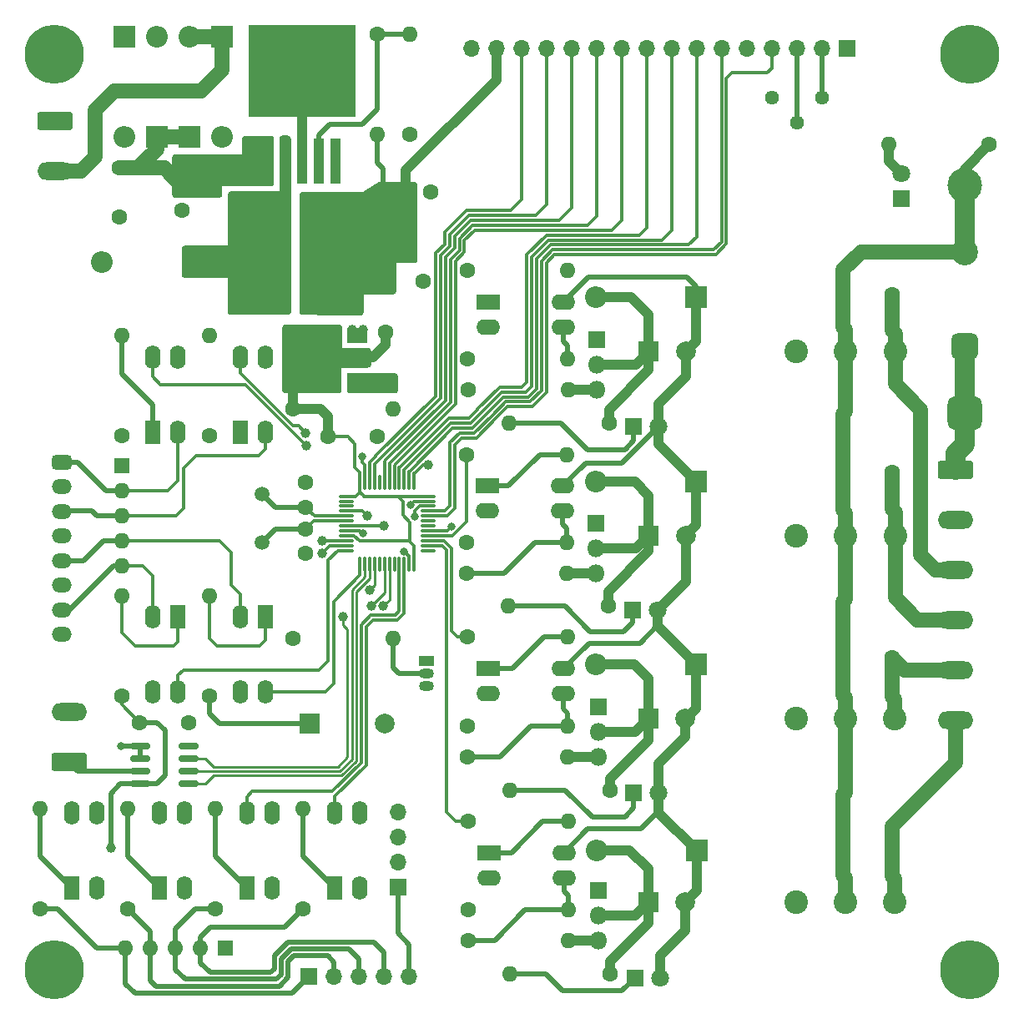
<source format=gbr>
%TF.GenerationSoftware,KiCad,Pcbnew,(6.0.8)*%
%TF.CreationDate,2023-07-19T02:04:08+05:30*%
%TF.ProjectId,STM32DryerPCB_V2,53544d33-3244-4727-9965-725043425f56,rev?*%
%TF.SameCoordinates,Original*%
%TF.FileFunction,Copper,L1,Top*%
%TF.FilePolarity,Positive*%
%FSLAX46Y46*%
G04 Gerber Fmt 4.6, Leading zero omitted, Abs format (unit mm)*
G04 Created by KiCad (PCBNEW (6.0.8)) date 2023-07-19 02:04:08*
%MOMM*%
%LPD*%
G01*
G04 APERTURE LIST*
G04 Aperture macros list*
%AMRoundRect*
0 Rectangle with rounded corners*
0 $1 Rounding radius*
0 $2 $3 $4 $5 $6 $7 $8 $9 X,Y pos of 4 corners*
0 Add a 4 corners polygon primitive as box body*
4,1,4,$2,$3,$4,$5,$6,$7,$8,$9,$2,$3,0*
0 Add four circle primitives for the rounded corners*
1,1,$1+$1,$2,$3*
1,1,$1+$1,$4,$5*
1,1,$1+$1,$6,$7*
1,1,$1+$1,$8,$9*
0 Add four rect primitives between the rounded corners*
20,1,$1+$1,$2,$3,$4,$5,0*
20,1,$1+$1,$4,$5,$6,$7,0*
20,1,$1+$1,$6,$7,$8,$9,0*
20,1,$1+$1,$8,$9,$2,$3,0*%
G04 Aperture macros list end*
%TA.AperFunction,ComponentPad*%
%ADD10R,1.700000X1.700000*%
%TD*%
%TA.AperFunction,ComponentPad*%
%ADD11O,1.700000X1.700000*%
%TD*%
%TA.AperFunction,ComponentPad*%
%ADD12C,1.600000*%
%TD*%
%TA.AperFunction,ComponentPad*%
%ADD13R,2.000000X2.000000*%
%TD*%
%TA.AperFunction,ComponentPad*%
%ADD14C,2.000000*%
%TD*%
%TA.AperFunction,ComponentPad*%
%ADD15C,2.400000*%
%TD*%
%TA.AperFunction,ComponentPad*%
%ADD16R,2.200000X2.200000*%
%TD*%
%TA.AperFunction,ComponentPad*%
%ADD17O,2.200000X2.200000*%
%TD*%
%TA.AperFunction,ComponentPad*%
%ADD18O,1.600000X1.600000*%
%TD*%
%TA.AperFunction,ComponentPad*%
%ADD19R,1.800000X1.800000*%
%TD*%
%TA.AperFunction,ComponentPad*%
%ADD20C,1.800000*%
%TD*%
%TA.AperFunction,ComponentPad*%
%ADD21C,6.000000*%
%TD*%
%TA.AperFunction,SMDPad,CuDef*%
%ADD22R,2.900000X5.400000*%
%TD*%
%TA.AperFunction,ComponentPad*%
%ADD23O,1.800000X1.800000*%
%TD*%
%TA.AperFunction,ComponentPad*%
%ADD24R,2.400000X1.600000*%
%TD*%
%TA.AperFunction,ComponentPad*%
%ADD25O,2.400000X1.600000*%
%TD*%
%TA.AperFunction,ComponentPad*%
%ADD26R,1.600000X2.400000*%
%TD*%
%TA.AperFunction,ComponentPad*%
%ADD27O,1.600000X2.400000*%
%TD*%
%TA.AperFunction,ComponentPad*%
%ADD28RoundRect,0.875000X0.875000X-0.875000X0.875000X0.875000X-0.875000X0.875000X-0.875000X-0.875000X0*%
%TD*%
%TA.AperFunction,ComponentPad*%
%ADD29RoundRect,0.675000X0.675000X-0.675000X0.675000X0.675000X-0.675000X0.675000X-0.675000X-0.675000X0*%
%TD*%
%TA.AperFunction,ComponentPad*%
%ADD30C,3.500000*%
%TD*%
%TA.AperFunction,ComponentPad*%
%ADD31C,2.700000*%
%TD*%
%TA.AperFunction,ComponentPad*%
%ADD32C,1.500000*%
%TD*%
%TA.AperFunction,SMDPad,CuDef*%
%ADD33R,2.000000X1.500000*%
%TD*%
%TA.AperFunction,SMDPad,CuDef*%
%ADD34R,2.000000X3.800000*%
%TD*%
%TA.AperFunction,ComponentPad*%
%ADD35R,1.600000X1.600000*%
%TD*%
%TA.AperFunction,ComponentPad*%
%ADD36RoundRect,0.250000X-1.550000X0.650000X-1.550000X-0.650000X1.550000X-0.650000X1.550000X0.650000X0*%
%TD*%
%TA.AperFunction,ComponentPad*%
%ADD37O,3.600000X1.800000*%
%TD*%
%TA.AperFunction,SMDPad,CuDef*%
%ADD38RoundRect,0.075000X-0.662500X-0.075000X0.662500X-0.075000X0.662500X0.075000X-0.662500X0.075000X0*%
%TD*%
%TA.AperFunction,SMDPad,CuDef*%
%ADD39RoundRect,0.075000X-0.075000X-0.662500X0.075000X-0.662500X0.075000X0.662500X-0.075000X0.662500X0*%
%TD*%
%TA.AperFunction,ComponentPad*%
%ADD40R,1.500000X1.050000*%
%TD*%
%TA.AperFunction,ComponentPad*%
%ADD41O,1.500000X1.050000*%
%TD*%
%TA.AperFunction,ComponentPad*%
%ADD42C,1.440000*%
%TD*%
%TA.AperFunction,ComponentPad*%
%ADD43RoundRect,0.250000X1.550000X-0.650000X1.550000X0.650000X-1.550000X0.650000X-1.550000X-0.650000X0*%
%TD*%
%TA.AperFunction,SMDPad,CuDef*%
%ADD44R,1.100000X4.600000*%
%TD*%
%TA.AperFunction,SMDPad,CuDef*%
%ADD45R,10.800000X9.400000*%
%TD*%
%TA.AperFunction,ComponentPad*%
%ADD46RoundRect,0.375000X-0.625000X0.375000X-0.625000X-0.375000X0.625000X-0.375000X0.625000X0.375000X0*%
%TD*%
%TA.AperFunction,ComponentPad*%
%ADD47O,2.000000X1.500000*%
%TD*%
%TA.AperFunction,SMDPad,CuDef*%
%ADD48RoundRect,0.150000X-0.825000X-0.150000X0.825000X-0.150000X0.825000X0.150000X-0.825000X0.150000X0*%
%TD*%
%TA.AperFunction,ViaPad*%
%ADD49C,0.800000*%
%TD*%
%TA.AperFunction,ViaPad*%
%ADD50C,1.000000*%
%TD*%
%TA.AperFunction,Conductor*%
%ADD51C,0.300000*%
%TD*%
%TA.AperFunction,Conductor*%
%ADD52C,0.500000*%
%TD*%
%TA.AperFunction,Conductor*%
%ADD53C,1.000000*%
%TD*%
%TA.AperFunction,Conductor*%
%ADD54C,1.500000*%
%TD*%
%TA.AperFunction,Conductor*%
%ADD55C,2.000000*%
%TD*%
%TA.AperFunction,Conductor*%
%ADD56C,0.250000*%
%TD*%
G04 APERTURE END LIST*
D10*
%TO.P,J5,1,Pin_1*%
%TO.N,+5V*%
X132150000Y-118590000D03*
D11*
%TO.P,J5,2,Pin_2*%
%TO.N,SWCLK*%
X132150000Y-116050000D03*
%TO.P,J5,3,Pin_3*%
%TO.N,SWDIO*%
X132150000Y-113510000D03*
%TO.P,J5,4,Pin_4*%
%TO.N,GND*%
X132150000Y-110970000D03*
%TD*%
D10*
%TO.P,J8,1,Pin_1*%
%TO.N,FN_KEY_SW_IN*%
X123139200Y-127609600D03*
D11*
%TO.P,J8,2,Pin_2*%
%TO.N,LOW_KEY_SW_IN*%
X125679200Y-127609600D03*
%TO.P,J8,3,Pin_3*%
%TO.N,HIGH_KEY_SW_IN*%
X128219200Y-127609600D03*
%TO.P,J8,4,Pin_4*%
%TO.N,MID_KEY_SW_IN*%
X130759200Y-127609600D03*
%TO.P,J8,5,Pin_5*%
%TO.N,+5V*%
X133299200Y-127609600D03*
%TD*%
D12*
%TO.P,RV2,1*%
%TO.N,LINE_IN*%
X177332000Y-95299400D03*
%TO.P,RV2,2*%
%TO.N,DRUM_RIGHT_LINE*%
X182332000Y-95299400D03*
%TD*%
%TO.P,RV4,1*%
%TO.N,LINE_IN*%
X177332000Y-58418600D03*
%TO.P,RV4,2*%
%TO.N,FAN_LINE*%
X182332000Y-58418600D03*
%TD*%
%TO.P,RV1,1*%
%TO.N,LINE_IN*%
X177332000Y-114705000D03*
%TO.P,RV1,2*%
%TO.N,DRUM_LEFT_LINE*%
X182332000Y-114705000D03*
%TD*%
%TO.P,RV5,1*%
%TO.N,LINE_IN*%
X177332000Y-76452600D03*
%TO.P,RV5,2*%
%TO.N,HEATER_LINE*%
X182332000Y-76452600D03*
%TD*%
D13*
%TO.P,U19,1*%
%TO.N,Net-(D12-Pad2)*%
X157609600Y-64249000D03*
D14*
%TO.P,U19,2*%
%TO.N,VCC*%
X161359600Y-64249000D03*
D15*
%TO.P,U19,3*%
%TO.N,unconnected-(U19-Pad3)*%
X172609600Y-64249000D03*
%TO.P,U19,4*%
%TO.N,LINE_IN*%
X177609600Y-64249000D03*
%TO.P,U19,5*%
%TO.N,FAN_LINE*%
X182609600Y-64249000D03*
%TD*%
D12*
%TO.P,C3,1*%
%TO.N,+3.3V*%
X125058800Y-72821800D03*
%TO.P,C3,2*%
%TO.N,GND*%
X130058800Y-72821800D03*
%TD*%
D16*
%TO.P,D2,1,K*%
%TO.N,Net-(D1-Pad2)*%
X104394000Y-32258000D03*
D17*
%TO.P,D2,2,A*%
%TO.N,GND*%
X104394000Y-42418000D03*
%TD*%
D12*
%TO.P,R9,1*%
%TO.N,+5V*%
X113030000Y-99187000D03*
D18*
%TO.P,R9,2*%
%TO.N,Net-(R9-Pad2)*%
X113030000Y-89027000D03*
%TD*%
D19*
%TO.P,D11,1,K*%
%TO.N,Net-(D11-Pad1)*%
X156052600Y-71831200D03*
D20*
%TO.P,D11,2,A*%
%TO.N,VCC*%
X158592600Y-71831200D03*
%TD*%
D12*
%TO.P,R11,1*%
%TO.N,HIGH_KEY_SW_IN*%
X113665000Y-120777000D03*
D18*
%TO.P,R11,2*%
%TO.N,Net-(R11-Pad2)*%
X113665000Y-110617000D03*
%TD*%
D21*
%TO.P,H3,1*%
%TO.N,N/C*%
X190200000Y-126950000D03*
%TD*%
D12*
%TO.P,R14,1*%
%TO.N,GND*%
X139293600Y-120853200D03*
D18*
%TO.P,R14,2*%
%TO.N,Net-(R14-Pad2)*%
X149453600Y-120853200D03*
%TD*%
D22*
%TO.P,L1,1,1*%
%TO.N,Net-(D5-Pad1)*%
X116817600Y-54610000D03*
%TO.P,L1,2,2*%
%TO.N,+5V*%
X126717600Y-54610000D03*
%TD*%
D12*
%TO.P,R22,1*%
%TO.N,GND*%
X139242800Y-64973200D03*
D18*
%TO.P,R22,2*%
%TO.N,Net-(R22-Pad2)*%
X149402800Y-64973200D03*
%TD*%
D19*
%TO.P,D6,1,K*%
%TO.N,Net-(D6-Pad1)*%
X156210000Y-127762000D03*
D20*
%TO.P,D6,2,A*%
%TO.N,VCC*%
X158750000Y-127762000D03*
%TD*%
D12*
%TO.P,R26,1*%
%TO.N,GND*%
X139141200Y-83616800D03*
D18*
%TO.P,R26,2*%
%TO.N,Net-(R26-Pad2)*%
X149301200Y-83616800D03*
%TD*%
D16*
%TO.P,D3,1,K*%
%TO.N,VCC*%
X110998000Y-42418000D03*
D17*
%TO.P,D3,2,A*%
%TO.N,Net-(D3-Pad2)*%
X110998000Y-32258000D03*
%TD*%
D12*
%TO.P,R18,1*%
%TO.N,Net-(D8-Pad2)*%
X153670000Y-127373100D03*
D18*
%TO.P,R18,2*%
%TO.N,Net-(D6-Pad1)*%
X143510000Y-127373100D03*
%TD*%
D12*
%TO.P,R21,1*%
%TO.N,FAN*%
X139242800Y-56032400D03*
D18*
%TO.P,R21,2*%
%TO.N,Net-(R21-Pad2)*%
X149402800Y-56032400D03*
%TD*%
D19*
%TO.P,Q1,1,E*%
%TO.N,GND*%
X152482200Y-118872000D03*
D23*
%TO.P,Q1,2,C*%
%TO.N,Net-(D8-Pad2)*%
X152482200Y-121412000D03*
%TO.P,Q1,3,B*%
%TO.N,Net-(Q1-Pad3)*%
X152482200Y-123952000D03*
%TD*%
D16*
%TO.P,D5,1,K*%
%TO.N,Net-(D5-Pad1)*%
X112318800Y-55118000D03*
D17*
%TO.P,D5,2,A*%
%TO.N,GND*%
X102158800Y-55118000D03*
%TD*%
D24*
%TO.P,U13,1*%
%TO.N,Net-(R12-Pad2)*%
X141412200Y-115057000D03*
D25*
%TO.P,U13,2*%
%TO.N,GND*%
X141412200Y-117597000D03*
%TO.P,U13,3*%
%TO.N,Net-(R14-Pad2)*%
X149032200Y-117597000D03*
%TO.P,U13,4*%
%TO.N,VCC*%
X149032200Y-115057000D03*
%TD*%
D26*
%TO.P,U6,1*%
%TO.N,Net-(R6-Pad2)*%
X116200000Y-72405000D03*
D27*
%TO.P,U6,2*%
%TO.N,LIMIT_SW_IN*%
X118740000Y-72405000D03*
%TO.P,U6,3*%
%TO.N,GND*%
X118740000Y-64785000D03*
%TO.P,U6,4*%
%TO.N,LIMIT_SW*%
X116200000Y-64785000D03*
%TD*%
D12*
%TO.P,R5,1*%
%TO.N,+5V*%
X104140000Y-99187000D03*
D18*
%TO.P,R5,2*%
%TO.N,Net-(R5-Pad2)*%
X104140000Y-89027000D03*
%TD*%
D19*
%TO.P,D10,1,K*%
%TO.N,NEUTRAL*%
X183235600Y-48722200D03*
D20*
%TO.P,D10,2,A*%
%TO.N,Net-(D10-Pad2)*%
X183235600Y-46182200D03*
%TD*%
D12*
%TO.P,R10,1*%
%TO.N,+5V*%
X104140000Y-72771000D03*
D18*
%TO.P,R10,2*%
%TO.N,Net-(R10-Pad2)*%
X104140000Y-62611000D03*
%TD*%
D28*
%TO.P,F1,1*%
%TO.N,LINE*%
X189636400Y-70483000D03*
D29*
X189636400Y-63723000D03*
D30*
%TO.P,F1,2*%
%TO.N,LINE_IN*%
X189636400Y-47373000D03*
D31*
X189636400Y-54133000D03*
%TD*%
D12*
%TO.P,R1,1*%
%TO.N,+3.3V*%
X121495000Y-70050000D03*
D18*
%TO.P,R1,2*%
%TO.N,Net-(R1-Pad2)*%
X131655000Y-70050000D03*
%TD*%
D12*
%TO.P,R17,1*%
%TO.N,Net-(R15-Pad2)*%
X139242800Y-105359200D03*
D18*
%TO.P,R17,2*%
%TO.N,Net-(Q2-Pad3)*%
X149402800Y-105359200D03*
%TD*%
D16*
%TO.P,D1,1,K*%
%TO.N,VCC*%
X107696000Y-42418000D03*
D17*
%TO.P,D1,2,A*%
%TO.N,Net-(D1-Pad2)*%
X107696000Y-32258000D03*
%TD*%
D12*
%TO.P,C4,1*%
%TO.N,VCC*%
X103886000Y-45607600D03*
%TO.P,C4,2*%
%TO.N,GND*%
X103886000Y-50607600D03*
%TD*%
%TO.P,R29,1*%
%TO.N,BUZZER*%
X121513600Y-93319600D03*
D18*
%TO.P,R29,2*%
%TO.N,Net-(Q5-Pad2)*%
X131673600Y-93319600D03*
%TD*%
D12*
%TO.P,R6,1*%
%TO.N,+5V*%
X113030000Y-72771000D03*
D18*
%TO.P,R6,2*%
%TO.N,Net-(R6-Pad2)*%
X113030000Y-62611000D03*
%TD*%
D12*
%TO.P,C2,1*%
%TO.N,GND*%
X122809000Y-84726000D03*
%TO.P,C2,2*%
%TO.N,Net-(C2-Pad2)*%
X122809000Y-82226000D03*
%TD*%
%TO.P,R20,1*%
%TO.N,LINE_IN*%
X192125600Y-43230800D03*
D18*
%TO.P,R20,2*%
%TO.N,Net-(D10-Pad2)*%
X181965600Y-43230800D03*
%TD*%
D12*
%TO.P,R7,1*%
%TO.N,MID_KEY_SW_IN*%
X122555000Y-120777000D03*
D18*
%TO.P,R7,2*%
%TO.N,Net-(R7-Pad2)*%
X122555000Y-110617000D03*
%TD*%
D12*
%TO.P,C8,1*%
%TO.N,+3.3V*%
X130937000Y-62295400D03*
%TO.P,C8,2*%
%TO.N,GND*%
X130937000Y-67295400D03*
%TD*%
D26*
%TO.P,U10,1*%
%TO.N,Net-(R10-Pad2)*%
X107310000Y-72405000D03*
D27*
%TO.P,U10,2*%
%TO.N,DOOR_SW_IN*%
X109850000Y-72405000D03*
%TO.P,U10,3*%
%TO.N,GND*%
X109850000Y-64785000D03*
%TO.P,U10,4*%
%TO.N,DOOR_SW*%
X107310000Y-64785000D03*
%TD*%
D12*
%TO.P,R25,1*%
%TO.N,Net-(D12-Pad2)*%
X153568400Y-71475600D03*
D18*
%TO.P,R25,2*%
%TO.N,Net-(D11-Pad1)*%
X143408400Y-71475600D03*
%TD*%
D13*
%TO.P,U16,1*%
%TO.N,Net-(D9-Pad2)*%
X157576500Y-101485400D03*
D14*
%TO.P,U16,2*%
%TO.N,VCC*%
X161326500Y-101485400D03*
D15*
%TO.P,U16,3*%
%TO.N,unconnected-(U16-Pad3)*%
X172576500Y-101485400D03*
%TO.P,U16,4*%
%TO.N,LINE_IN*%
X177576500Y-101485400D03*
%TO.P,U16,5*%
%TO.N,DRUM_RIGHT_LINE*%
X182576500Y-101485400D03*
%TD*%
D12*
%TO.P,R12,1*%
%TO.N,DRUM_LEFT*%
X139293600Y-111861600D03*
D18*
%TO.P,R12,2*%
%TO.N,Net-(R12-Pad2)*%
X149453600Y-111861600D03*
%TD*%
D32*
%TO.P,Y1,1,1*%
%TO.N,Net-(C2-Pad2)*%
X118364000Y-83577600D03*
%TO.P,Y1,2,2*%
%TO.N,Net-(C1-Pad1)*%
X118364000Y-78677600D03*
%TD*%
D12*
%TO.P,C1,1*%
%TO.N,Net-(C1-Pad1)*%
X122809000Y-80027000D03*
%TO.P,C1,2*%
%TO.N,GND*%
X122809000Y-77527000D03*
%TD*%
D21*
%TO.P,H2,1*%
%TO.N,N/C*%
X190200000Y-34025000D03*
%TD*%
D33*
%TO.P,U3,1,GND*%
%TO.N,GND*%
X128000000Y-67175000D03*
D34*
%TO.P,U3,2,VO*%
%TO.N,+3.3V*%
X121700000Y-64875000D03*
D33*
X128000000Y-64875000D03*
%TO.P,U3,3,VI*%
%TO.N,+5V*%
X128000000Y-62575000D03*
%TD*%
D13*
%TO.P,U15,1*%
%TO.N,Net-(D8-Pad2)*%
X157576500Y-120052800D03*
D14*
%TO.P,U15,2*%
%TO.N,VCC*%
X161326500Y-120052800D03*
D15*
%TO.P,U15,3*%
%TO.N,unconnected-(U15-Pad3)*%
X172576500Y-120052800D03*
%TO.P,U15,4*%
%TO.N,LINE_IN*%
X177576500Y-120052800D03*
%TO.P,U15,5*%
%TO.N,DRUM_LEFT_LINE*%
X182576500Y-120052800D03*
%TD*%
D12*
%TO.P,R15,1*%
%TO.N,GND*%
X139242800Y-102209600D03*
D18*
%TO.P,R15,2*%
%TO.N,Net-(R15-Pad2)*%
X149402800Y-102209600D03*
%TD*%
D24*
%TO.P,U14,1*%
%TO.N,Net-(R13-Pad2)*%
X141310600Y-96413400D03*
D25*
%TO.P,U14,2*%
%TO.N,GND*%
X141310600Y-98953400D03*
%TO.P,U14,3*%
%TO.N,Net-(R15-Pad2)*%
X148930600Y-98953400D03*
%TO.P,U14,4*%
%TO.N,VCC*%
X148930600Y-96413400D03*
%TD*%
D35*
%TO.P,C6,1*%
%TO.N,+5V*%
X132959349Y-48006000D03*
D12*
%TO.P,C6,2*%
%TO.N,GND*%
X135459349Y-48006000D03*
%TD*%
D26*
%TO.P,U8,1*%
%TO.N,Net-(R8-Pad2)*%
X107945000Y-118633000D03*
D27*
%TO.P,U8,2*%
%TO.N,GND*%
X110485000Y-118633000D03*
%TO.P,U8,3*%
X110485000Y-111013000D03*
%TO.P,U8,4*%
%TO.N,LOW_KEY_SW*%
X107945000Y-111013000D03*
%TD*%
D12*
%TO.P,C7,1*%
%TO.N,+5V*%
X129732400Y-57124600D03*
%TO.P,C7,2*%
%TO.N,GND*%
X134732400Y-57124600D03*
%TD*%
D36*
%TO.P,J1,1,Pin_1*%
%TO.N,Net-(D1-Pad2)*%
X97403100Y-40860700D03*
D37*
%TO.P,J1,2,Pin_2*%
%TO.N,Net-(D3-Pad2)*%
X97403100Y-45940700D03*
%TD*%
D36*
%TO.P,J7,1,Pin_1*%
%TO.N,LINE*%
X188747400Y-76225400D03*
D37*
%TO.P,J7,2,Pin_2*%
%TO.N,NEUTRAL*%
X188747400Y-81305400D03*
%TO.P,J7,3,Pin_3*%
%TO.N,FAN_LINE*%
X188747400Y-86385400D03*
%TO.P,J7,4,Pin_4*%
%TO.N,HEATER_LINE*%
X188747400Y-91465400D03*
%TO.P,J7,5,Pin_5*%
%TO.N,DRUM_RIGHT_LINE*%
X188747400Y-96545400D03*
%TO.P,J7,6,Pin_6*%
%TO.N,DRUM_LEFT_LINE*%
X188747400Y-101625400D03*
%TD*%
D12*
%TO.P,R2,1*%
%TO.N,GND*%
X133350000Y-42164000D03*
D18*
%TO.P,R2,2*%
%TO.N,Net-(R2-Pad2)*%
X133350000Y-32004000D03*
%TD*%
D16*
%TO.P,D12,1,K*%
%TO.N,VCC*%
X162375100Y-58674000D03*
D17*
%TO.P,D12,2,A*%
%TO.N,Net-(D12-Pad2)*%
X152215100Y-58674000D03*
%TD*%
D26*
%TO.P,U11,1*%
%TO.N,Net-(R11-Pad2)*%
X116835000Y-118633000D03*
D27*
%TO.P,U11,2*%
%TO.N,GND*%
X119375000Y-118633000D03*
%TO.P,U11,3*%
X119375000Y-111013000D03*
%TO.P,U11,4*%
%TO.N,HIGH_KEY_SW*%
X116835000Y-111013000D03*
%TD*%
D13*
%TO.P,BZ1,1,-*%
%TO.N,+5V*%
X123250800Y-101955600D03*
D14*
%TO.P,BZ1,2,+*%
%TO.N,Net-(BZ1-Pad2)*%
X130850800Y-101955600D03*
%TD*%
D26*
%TO.P,U4,1*%
%TO.N,Net-(R4-Pad2)*%
X99055000Y-118633000D03*
D27*
%TO.P,U4,2*%
%TO.N,GND*%
X101595000Y-118633000D03*
%TO.P,U4,3*%
X101595000Y-111013000D03*
%TO.P,U4,4*%
%TO.N,FN_KEY_SW*%
X99055000Y-111013000D03*
%TD*%
D16*
%TO.P,D4,1,K*%
%TO.N,Net-(D3-Pad2)*%
X114300000Y-32258000D03*
D17*
%TO.P,D4,2,A*%
%TO.N,GND*%
X114300000Y-42418000D03*
%TD*%
D21*
%TO.P,H4,1*%
%TO.N,N/C*%
X97275000Y-126975000D03*
%TD*%
D12*
%TO.P,R28,1*%
%TO.N,Net-(D14-Pad2)*%
X153517600Y-90068400D03*
D18*
%TO.P,R28,2*%
%TO.N,Net-(D13-Pad1)*%
X143357600Y-90068400D03*
%TD*%
D26*
%TO.P,U9,1*%
%TO.N,Net-(R9-Pad2)*%
X118724600Y-91120200D03*
D27*
%TO.P,U9,2*%
%TO.N,HEATER_SW_IN*%
X116184600Y-91120200D03*
%TO.P,U9,3*%
%TO.N,GND*%
X116184600Y-98740200D03*
%TO.P,U9,4*%
%TO.N,HEATER_SW*%
X118724600Y-98740200D03*
%TD*%
D35*
%TO.P,C5,1*%
%TO.N,VCC*%
X110286800Y-47412149D03*
D12*
%TO.P,C5,2*%
%TO.N,GND*%
X110286800Y-49912149D03*
%TD*%
%TO.P,R24,1*%
%TO.N,Net-(R22-Pad2)*%
X139261100Y-68122800D03*
D18*
%TO.P,R24,2*%
%TO.N,Net-(Q3-Pad3)*%
X149421100Y-68122800D03*
%TD*%
D19*
%TO.P,Q4,1,E*%
%TO.N,GND*%
X152233700Y-81635600D03*
D23*
%TO.P,Q4,2,C*%
%TO.N,Net-(D14-Pad2)*%
X152233700Y-84175600D03*
%TO.P,Q4,3,B*%
%TO.N,Net-(Q4-Pad3)*%
X152233700Y-86715600D03*
%TD*%
D38*
%TO.P,U1,1,VBAT*%
%TO.N,+3.3V*%
X126901500Y-78911000D03*
%TO.P,U1,2,PC13*%
%TO.N,unconnected-(U1-Pad2)*%
X126901500Y-79411000D03*
%TO.P,U1,3,PC14*%
%TO.N,unconnected-(U1-Pad3)*%
X126901500Y-79911000D03*
%TO.P,U1,4,PC15*%
%TO.N,BUZZER*%
X126901500Y-80411000D03*
%TO.P,U1,5,PD0*%
%TO.N,Net-(C1-Pad1)*%
X126901500Y-80911000D03*
%TO.P,U1,6,PD1*%
%TO.N,Net-(C2-Pad2)*%
X126901500Y-81411000D03*
%TO.P,U1,7,NRST*%
%TO.N,Net-(R1-Pad2)*%
X126901500Y-81911000D03*
%TO.P,U1,8,VSSA*%
%TO.N,GND*%
X126901500Y-82411000D03*
%TO.P,U1,9,VDDA*%
%TO.N,+3.3V*%
X126901500Y-82911000D03*
%TO.P,U1,10,PA0*%
%TO.N,DOOR_SW*%
X126901500Y-83411000D03*
%TO.P,U1,11,PA1*%
%TO.N,LIMIT_SW*%
X126901500Y-83911000D03*
%TO.P,U1,12,PA2*%
%TO.N,SEL_ROT_SW*%
X126901500Y-84411000D03*
D39*
%TO.P,U1,13,PA3*%
%TO.N,HEATER_SW*%
X128314000Y-85823500D03*
%TO.P,U1,14,PA4*%
%TO.N,CS1*%
X128814000Y-85823500D03*
%TO.P,U1,15,PA5*%
%TO.N,SCK1*%
X129314000Y-85823500D03*
%TO.P,U1,16,PA6*%
%TO.N,MISO1*%
X129814000Y-85823500D03*
%TO.P,U1,17,PA7*%
%TO.N,unconnected-(U1-Pad17)*%
X130314000Y-85823500D03*
%TO.P,U1,18,PB0*%
%TO.N,FN_KEY_SW*%
X130814000Y-85823500D03*
%TO.P,U1,19,PB1*%
%TO.N,LOW_KEY_SW*%
X131314000Y-85823500D03*
%TO.P,U1,20,PB2*%
%TO.N,unconnected-(U1-Pad20)*%
X131814000Y-85823500D03*
%TO.P,U1,21,PB10*%
%TO.N,HIGH_KEY_SW*%
X132314000Y-85823500D03*
%TO.P,U1,22,PB11*%
%TO.N,MID_KEY_SW*%
X132814000Y-85823500D03*
%TO.P,U1,23,VSS*%
%TO.N,GND*%
X133314000Y-85823500D03*
%TO.P,U1,24,VDD*%
%TO.N,+3.3V*%
X133814000Y-85823500D03*
D38*
%TO.P,U1,25,PB12*%
%TO.N,unconnected-(U1-Pad25)*%
X135226500Y-84411000D03*
%TO.P,U1,26,PB13*%
%TO.N,DRUM_LEFT*%
X135226500Y-83911000D03*
%TO.P,U1,27,PB14*%
%TO.N,DRUM_RIGHT*%
X135226500Y-83411000D03*
%TO.P,U1,28,PB15*%
%TO.N,HEATER*%
X135226500Y-82911000D03*
%TO.P,U1,29,PA8*%
%TO.N,FAN*%
X135226500Y-82411000D03*
%TO.P,U1,30,PA9*%
%TO.N,TX*%
X135226500Y-81911000D03*
%TO.P,U1,31,PA10*%
%TO.N,RX*%
X135226500Y-81411000D03*
%TO.P,U1,32,PA11*%
%TO.N,LCD_RS*%
X135226500Y-80911000D03*
%TO.P,U1,33,PA12*%
%TO.N,LCD_EN*%
X135226500Y-80411000D03*
%TO.P,U1,34,PA13*%
%TO.N,SWDIO*%
X135226500Y-79911000D03*
%TO.P,U1,35,VSS*%
%TO.N,GND*%
X135226500Y-79411000D03*
%TO.P,U1,36,VDD*%
%TO.N,+3.3V*%
X135226500Y-78911000D03*
D39*
%TO.P,U1,37,PA14*%
%TO.N,SWCLK*%
X133814000Y-77498500D03*
%TO.P,U1,38,PA15*%
%TO.N,LCD_D0*%
X133314000Y-77498500D03*
%TO.P,U1,39,PB3*%
%TO.N,LCD_D1*%
X132814000Y-77498500D03*
%TO.P,U1,40,PB4*%
%TO.N,LCD_D2*%
X132314000Y-77498500D03*
%TO.P,U1,41,PB5*%
%TO.N,LCD_D3*%
X131814000Y-77498500D03*
%TO.P,U1,42,PB6*%
%TO.N,LCD_D4*%
X131314000Y-77498500D03*
%TO.P,U1,43,PB7*%
%TO.N,LCD_D5*%
X130814000Y-77498500D03*
%TO.P,U1,44,BOOT0*%
%TO.N,unconnected-(U1-Pad44)*%
X130314000Y-77498500D03*
%TO.P,U1,45,PB8*%
%TO.N,LCD_D6*%
X129814000Y-77498500D03*
%TO.P,U1,46,PB9*%
%TO.N,LCD_D7*%
X129314000Y-77498500D03*
%TO.P,U1,47,VSS*%
%TO.N,GND*%
X128814000Y-77498500D03*
%TO.P,U1,48,VDD*%
%TO.N,+3.3V*%
X128314000Y-77498500D03*
%TD*%
D16*
%TO.P,D9,1,K*%
%TO.N,VCC*%
X162407600Y-95961200D03*
D17*
%TO.P,D9,2,A*%
%TO.N,Net-(D9-Pad2)*%
X152247600Y-95961200D03*
%TD*%
D12*
%TO.P,R13,1*%
%TO.N,DRUM_RIGHT*%
X139192000Y-93167200D03*
D18*
%TO.P,R13,2*%
%TO.N,Net-(R13-Pad2)*%
X149352000Y-93167200D03*
%TD*%
D19*
%TO.P,D13,1,K*%
%TO.N,Net-(D13-Pad1)*%
X156001800Y-90424000D03*
D20*
%TO.P,D13,2,A*%
%TO.N,VCC*%
X158541800Y-90424000D03*
%TD*%
D40*
%TO.P,Q5,1,C*%
%TO.N,Net-(BZ1-Pad2)*%
X135072800Y-95605600D03*
D41*
%TO.P,Q5,2,B*%
%TO.N,Net-(Q5-Pad2)*%
X135072800Y-96875600D03*
%TO.P,Q5,3,E*%
%TO.N,GND*%
X135072800Y-98145600D03*
%TD*%
D42*
%TO.P,RV3,3,3*%
%TO.N,GND*%
X170088800Y-38475200D03*
%TO.P,RV3,2,2*%
%TO.N,/Connectors/VO*%
X172628800Y-41015200D03*
%TO.P,RV3,1,1*%
%TO.N,+5V*%
X175168800Y-38475200D03*
%TD*%
D12*
%TO.P,R3,1*%
%TO.N,Net-(R2-Pad2)*%
X130048000Y-32004000D03*
D18*
%TO.P,R3,2*%
%TO.N,+5V*%
X130048000Y-42164000D03*
%TD*%
D19*
%TO.P,D7,1,K*%
%TO.N,Net-(D7-Pad1)*%
X156103400Y-109016800D03*
D20*
%TO.P,D7,2,A*%
%TO.N,VCC*%
X158643400Y-109016800D03*
%TD*%
D43*
%TO.P,J3,1,Pin_1*%
%TO.N,TEMP+*%
X98786500Y-105900500D03*
D37*
%TO.P,J3,2,Pin_2*%
%TO.N,GND*%
X98786500Y-100820500D03*
%TD*%
D24*
%TO.P,U17,1*%
%TO.N,Net-(R21-Pad2)*%
X141361400Y-59227800D03*
D25*
%TO.P,U17,2*%
%TO.N,GND*%
X141361400Y-61767800D03*
%TO.P,U17,3*%
%TO.N,Net-(R22-Pad2)*%
X148981400Y-61767800D03*
%TO.P,U17,4*%
%TO.N,VCC*%
X148981400Y-59227800D03*
%TD*%
D44*
%TO.P,U2,1,VIN*%
%TO.N,VCC*%
X119028000Y-44891000D03*
%TO.P,U2,2,OUT*%
%TO.N,Net-(D5-Pad1)*%
X120728000Y-44891000D03*
D45*
%TO.P,U2,3,GND*%
%TO.N,GND*%
X122428000Y-35741000D03*
D44*
X122428000Y-44891000D03*
%TO.P,U2,4,FB*%
%TO.N,Net-(R2-Pad2)*%
X124128000Y-44891000D03*
%TO.P,U2,5,~{ON}/OFF*%
%TO.N,GND*%
X125828000Y-44891000D03*
%TD*%
D16*
%TO.P,D14,1,K*%
%TO.N,VCC*%
X162407600Y-77419200D03*
D17*
%TO.P,D14,2,A*%
%TO.N,Net-(D14-Pad2)*%
X152247600Y-77419200D03*
%TD*%
D16*
%TO.P,D8,1,K*%
%TO.N,VCC*%
X162458400Y-114808000D03*
D17*
%TO.P,D8,2,A*%
%TO.N,Net-(D8-Pad2)*%
X152298400Y-114808000D03*
%TD*%
D12*
%TO.P,R19,1*%
%TO.N,Net-(D9-Pad2)*%
X153670000Y-108712000D03*
D18*
%TO.P,R19,2*%
%TO.N,Net-(D7-Pad1)*%
X143510000Y-108712000D03*
%TD*%
D35*
%TO.P,RN2,1,common*%
%TO.N,GND*%
X114701000Y-124714000D03*
D18*
%TO.P,RN2,2,R1*%
%TO.N,MID_KEY_SW_IN*%
X112161000Y-124714000D03*
%TO.P,RN2,3,R2*%
%TO.N,HIGH_KEY_SW_IN*%
X109621000Y-124714000D03*
%TO.P,RN2,4,R3*%
%TO.N,LOW_KEY_SW_IN*%
X107081000Y-124714000D03*
%TO.P,RN2,5,R4*%
%TO.N,FN_KEY_SW_IN*%
X104541000Y-124714000D03*
%TD*%
D26*
%TO.P,U5,1*%
%TO.N,Net-(R5-Pad2)*%
X109860000Y-91171000D03*
D27*
%TO.P,U5,2*%
%TO.N,SEL_ROT_SW_IN*%
X107320000Y-91171000D03*
%TO.P,U5,3*%
%TO.N,GND*%
X107320000Y-98791000D03*
%TO.P,U5,4*%
%TO.N,SEL_ROT_SW*%
X109860000Y-98791000D03*
%TD*%
D12*
%TO.P,R16,1*%
%TO.N,Net-(R14-Pad2)*%
X139293600Y-123952000D03*
D18*
%TO.P,R16,2*%
%TO.N,Net-(Q1-Pad3)*%
X149453600Y-123952000D03*
%TD*%
D12*
%TO.P,R27,1*%
%TO.N,Net-(R26-Pad2)*%
X139141200Y-86715600D03*
D18*
%TO.P,R27,2*%
%TO.N,Net-(Q4-Pad3)*%
X149301200Y-86715600D03*
%TD*%
D12*
%TO.P,C9,1*%
%TO.N,GND*%
X110958000Y-101854000D03*
%TO.P,C9,2*%
%TO.N,+5V*%
X105958000Y-101854000D03*
%TD*%
D24*
%TO.P,U18,1*%
%TO.N,Net-(R23-Pad2)*%
X141259800Y-77871400D03*
D25*
%TO.P,U18,2*%
%TO.N,GND*%
X141259800Y-80411400D03*
%TO.P,U18,3*%
%TO.N,Net-(R26-Pad2)*%
X148879800Y-80411400D03*
%TO.P,U18,4*%
%TO.N,VCC*%
X148879800Y-77871400D03*
%TD*%
D12*
%TO.P,R4,1*%
%TO.N,FN_KEY_SW_IN*%
X95885000Y-120777000D03*
D18*
%TO.P,R4,2*%
%TO.N,Net-(R4-Pad2)*%
X95885000Y-110617000D03*
%TD*%
D46*
%TO.P,J4,1,Pin_1*%
%TO.N,DOOR_SW_IN*%
X98044000Y-75438000D03*
D47*
%TO.P,J4,2,Pin_2*%
%TO.N,GND*%
X98044000Y-77938000D03*
%TO.P,J4,3,Pin_3*%
%TO.N,LIMIT_SW_IN*%
X98044000Y-80438000D03*
%TO.P,J4,4,Pin_4*%
%TO.N,GND*%
X98044000Y-82938000D03*
%TO.P,J4,5,Pin_5*%
%TO.N,HEATER_SW_IN*%
X98044000Y-85438000D03*
%TO.P,J4,6,Pin_6*%
%TO.N,GND*%
X98044000Y-87938000D03*
%TO.P,J4,7,Pin_7*%
%TO.N,SEL_ROT_SW_IN*%
X98044000Y-90438000D03*
%TO.P,J4,8,Pin_8*%
%TO.N,GND*%
X98044000Y-92938000D03*
%TD*%
D19*
%TO.P,Q2,1,E*%
%TO.N,GND*%
X152482200Y-100279200D03*
D23*
%TO.P,Q2,2,C*%
%TO.N,Net-(D9-Pad2)*%
X152482200Y-102819200D03*
%TO.P,Q2,3,B*%
%TO.N,Net-(Q2-Pad3)*%
X152482200Y-105359200D03*
%TD*%
D35*
%TO.P,RN1,1,common*%
%TO.N,+5V*%
X104140000Y-75799000D03*
D18*
%TO.P,RN1,2,R1*%
%TO.N,DOOR_SW_IN*%
X104140000Y-78339000D03*
%TO.P,RN1,3,R2*%
%TO.N,LIMIT_SW_IN*%
X104140000Y-80879000D03*
%TO.P,RN1,4,R3*%
%TO.N,HEATER_SW_IN*%
X104140000Y-83419000D03*
%TO.P,RN1,5,R4*%
%TO.N,SEL_ROT_SW_IN*%
X104140000Y-85959000D03*
%TD*%
D12*
%TO.P,R8,1*%
%TO.N,LOW_KEY_SW_IN*%
X104775000Y-120777000D03*
D18*
%TO.P,R8,2*%
%TO.N,Net-(R8-Pad2)*%
X104775000Y-110617000D03*
%TD*%
D19*
%TO.P,Q3,1,E*%
%TO.N,GND*%
X152348100Y-63042800D03*
D23*
%TO.P,Q3,2,C*%
%TO.N,Net-(D12-Pad2)*%
X152348100Y-65582800D03*
%TO.P,Q3,3,B*%
%TO.N,Net-(Q3-Pad3)*%
X152348100Y-68122800D03*
%TD*%
D21*
%TO.P,H1,1*%
%TO.N,N/C*%
X97282000Y-34036000D03*
%TD*%
D26*
%TO.P,U7,1*%
%TO.N,Net-(R7-Pad2)*%
X125725000Y-118633000D03*
D27*
%TO.P,U7,2*%
%TO.N,GND*%
X128265000Y-118633000D03*
%TO.P,U7,3*%
X128265000Y-111013000D03*
%TO.P,U7,4*%
%TO.N,MID_KEY_SW*%
X125725000Y-111013000D03*
%TD*%
D13*
%TO.P,U20,1*%
%TO.N,Net-(D14-Pad2)*%
X157609600Y-82892600D03*
D14*
%TO.P,U20,2*%
%TO.N,VCC*%
X161359600Y-82892600D03*
D15*
%TO.P,U20,3*%
%TO.N,unconnected-(U20-Pad3)*%
X172609600Y-82892600D03*
%TO.P,U20,4*%
%TO.N,LINE_IN*%
X177609600Y-82892600D03*
%TO.P,U20,5*%
%TO.N,HEATER_LINE*%
X182609600Y-82892600D03*
%TD*%
D48*
%TO.P,U12,1,GND*%
%TO.N,GND*%
X105983000Y-104267000D03*
%TO.P,U12,2,T-*%
X105983000Y-105537000D03*
%TO.P,U12,3,T+*%
%TO.N,TEMP+*%
X105983000Y-106807000D03*
%TO.P,U12,4,VCC*%
%TO.N,+5V*%
X105983000Y-108077000D03*
%TO.P,U12,5,SCK*%
%TO.N,SCK1*%
X110933000Y-108077000D03*
%TO.P,U12,6,~{CS}*%
%TO.N,CS1*%
X110933000Y-106807000D03*
%TO.P,U12,7,SO*%
%TO.N,MISO1*%
X110933000Y-105537000D03*
%TO.P,U12,8*%
%TO.N,N/C*%
X110933000Y-104267000D03*
%TD*%
D12*
%TO.P,R23,1*%
%TO.N,HEATER*%
X139141200Y-74676000D03*
D18*
%TO.P,R23,2*%
%TO.N,Net-(R23-Pad2)*%
X149301200Y-74676000D03*
%TD*%
D10*
%TO.P,J2,1,Pin_1*%
%TO.N,GND*%
X177698400Y-33477200D03*
D11*
%TO.P,J2,2,Pin_2*%
%TO.N,+5V*%
X175158400Y-33477200D03*
%TO.P,J2,3,Pin_3*%
%TO.N,/Connectors/VO*%
X172618400Y-33477200D03*
%TO.P,J2,4,Pin_4*%
%TO.N,LCD_RS*%
X170078400Y-33477200D03*
%TO.P,J2,5,Pin_5*%
%TO.N,GND*%
X167538400Y-33477200D03*
%TO.P,J2,6,Pin_6*%
%TO.N,LCD_EN*%
X164998400Y-33477200D03*
%TO.P,J2,7,Pin_7*%
%TO.N,LCD_D0*%
X162458400Y-33477200D03*
%TO.P,J2,8,Pin_8*%
%TO.N,LCD_D1*%
X159918400Y-33477200D03*
%TO.P,J2,9,Pin_9*%
%TO.N,LCD_D2*%
X157378400Y-33477200D03*
%TO.P,J2,10,Pin_10*%
%TO.N,LCD_D3*%
X154838400Y-33477200D03*
%TO.P,J2,11,Pin_11*%
%TO.N,LCD_D4*%
X152298400Y-33477200D03*
%TO.P,J2,12,Pin_12*%
%TO.N,LCD_D5*%
X149758400Y-33477200D03*
%TO.P,J2,13,Pin_13*%
%TO.N,LCD_D6*%
X147218400Y-33477200D03*
%TO.P,J2,14,Pin_14*%
%TO.N,LCD_D7*%
X144678400Y-33477200D03*
%TO.P,J2,15,Pin_15*%
%TO.N,+5V*%
X142138400Y-33477200D03*
%TO.P,J2,16,Pin_16*%
%TO.N,GND*%
X139598400Y-33477200D03*
%TD*%
D49*
%TO.N,GND*%
X133450943Y-79788062D03*
%TO.N,SWDIO*%
X133889500Y-80972379D03*
D50*
%TO.N,SWCLK*%
X135213059Y-75688059D03*
%TO.N,+5V*%
X103050000Y-114600000D03*
D49*
%TO.N,FAN*%
X137607923Y-81956523D03*
%TO.N,GND*%
X128574500Y-74850000D03*
X128600200Y-82677000D03*
X132816600Y-84486500D03*
D50*
%TO.N,Net-(R1-Pad2)*%
X130759200Y-81915000D03*
%TO.N,+5V*%
X128651000Y-61976000D03*
X127508000Y-61976000D03*
%TO.N,BUZZER*%
X129032000Y-80924400D03*
%TO.N,DOOR_SW*%
X124524900Y-83417785D03*
X122904906Y-73806706D03*
%TO.N,LIMIT_SW*%
X124510800Y-84657731D03*
X122825488Y-72525912D03*
%TO.N,MISO1*%
X129310210Y-88416210D03*
X126593600Y-91135200D03*
%TO.N,FN_KEY_SW*%
X129438490Y-90070689D03*
%TO.N,LOW_KEY_SW*%
X130657600Y-90068400D03*
%TO.N,GND*%
X122936000Y-39624000D03*
X125831600Y-44958000D03*
X124206000Y-39624000D03*
X126746000Y-39624000D03*
X126746000Y-31750000D03*
X120396000Y-31750000D03*
X117856000Y-33020000D03*
X126746000Y-35560000D03*
X119126000Y-39624000D03*
X120396000Y-39624000D03*
X119126000Y-31750000D03*
X117856000Y-36830000D03*
X125476000Y-31750000D03*
X126746000Y-38100000D03*
X124206000Y-31750000D03*
X117856000Y-31750000D03*
X121666000Y-39624000D03*
X117856000Y-39370000D03*
X125476000Y-39624000D03*
X126746000Y-33020000D03*
X126746000Y-36830000D03*
X122936000Y-31750000D03*
X117856000Y-38100000D03*
X117856000Y-34290000D03*
D49*
X104038400Y-104292400D03*
D50*
X117856000Y-35560000D03*
X121666000Y-31750000D03*
X126746000Y-34290000D03*
X122428000Y-44891000D03*
%TD*%
D51*
%TO.N,SWCLK*%
X133814000Y-76603517D02*
X133814000Y-77498500D01*
X133925000Y-76492517D02*
X133814000Y-76603517D01*
X133925000Y-76481848D02*
X133925000Y-76492517D01*
X134718789Y-75688059D02*
X133925000Y-76481848D01*
X135213059Y-75688059D02*
X134718789Y-75688059D01*
%TO.N,+3.3V*%
X132186000Y-78911000D02*
X130989000Y-78911000D01*
X132700943Y-79425943D02*
X132186000Y-78911000D01*
X133400000Y-81543540D02*
X132700943Y-80844483D01*
X132700943Y-80844483D02*
X132700943Y-79425943D01*
X133400000Y-83551600D02*
X133400000Y-81543540D01*
X133814000Y-83965600D02*
X133400000Y-83551600D01*
X130989000Y-78911000D02*
X129457000Y-78911000D01*
X132454200Y-78911000D02*
X130989000Y-78911000D01*
%TO.N,GND*%
X133828005Y-79411000D02*
X135226500Y-79411000D01*
X133450943Y-79788062D02*
X133828005Y-79411000D01*
%TO.N,SWDIO*%
X133889500Y-80409459D02*
X134387959Y-79911000D01*
X133889500Y-80972379D02*
X133889500Y-80409459D01*
X134387959Y-79911000D02*
X135226500Y-79911000D01*
D52*
%TO.N,+5V*%
X133299200Y-124374200D02*
X133299200Y-127609600D01*
X132150000Y-118590000D02*
X132150000Y-123225000D01*
X132150000Y-123225000D02*
X133299200Y-124374200D01*
D51*
%TO.N,LCD_D6*%
X147218400Y-49301400D02*
X147218400Y-33477200D01*
X146119600Y-50400200D02*
X147218400Y-49301400D01*
X139350082Y-50400200D02*
X146119600Y-50400200D01*
X137412600Y-52337682D02*
X139350082Y-50400200D01*
X130425000Y-75042768D02*
X130425000Y-75032106D01*
X137412600Y-53540506D02*
X137412600Y-52337682D01*
X129820800Y-75646968D02*
X130425000Y-75042768D01*
X136498200Y-54454906D02*
X137412600Y-53540506D01*
X129820800Y-76516521D02*
X129820800Y-75646968D01*
X136498200Y-68958906D02*
X136498200Y-54454906D01*
X129814000Y-76523321D02*
X129820800Y-76516521D01*
X130425000Y-75032106D02*
X136498200Y-68958906D01*
X129814000Y-77498500D02*
X129814000Y-76523321D01*
%TO.N,LCD_D7*%
X144678400Y-48818800D02*
X144678400Y-33477200D01*
X143597000Y-49900200D02*
X144678400Y-48818800D01*
X139142976Y-49900200D02*
X143597000Y-49900200D01*
X136912600Y-52130576D02*
X139142976Y-49900200D01*
X136912600Y-53333400D02*
X136912600Y-52130576D01*
X129925000Y-74835661D02*
X129925000Y-74825000D01*
X129320800Y-75439861D02*
X129925000Y-74835661D01*
X129320800Y-76309414D02*
X129320800Y-75439861D01*
X135991600Y-54254400D02*
X136912600Y-53333400D01*
X129314000Y-76316214D02*
X129320800Y-76309414D01*
X129925000Y-74825000D02*
X135991600Y-68758400D01*
X135991600Y-68758400D02*
X135991600Y-54254400D01*
X129314000Y-77498500D02*
X129314000Y-76316214D01*
%TO.N,GND*%
X128820800Y-76102307D02*
X128814000Y-76109107D01*
X128820800Y-75729200D02*
X128820800Y-76102307D01*
X128814000Y-76109107D02*
X128814000Y-77498500D01*
X128574500Y-75482900D02*
X128820800Y-75729200D01*
X128574500Y-74850000D02*
X128574500Y-75482900D01*
%TO.N,+3.3V*%
X128314000Y-76489000D02*
X128314000Y-77498500D01*
X127825000Y-76000000D02*
X128314000Y-76489000D01*
X127071800Y-72821800D02*
X127825000Y-73575000D01*
X125058800Y-72821800D02*
X127071800Y-72821800D01*
X127825000Y-73575000D02*
X127825000Y-76000000D01*
%TO.N,LCD_D0*%
X162458400Y-52628800D02*
X162458400Y-33477200D01*
X161680400Y-53406800D02*
X162458400Y-52628800D01*
X146218400Y-54830788D02*
X147642388Y-53406800D01*
X146218400Y-67979800D02*
X146218400Y-54830788D01*
X145373600Y-68824600D02*
X146218400Y-67979800D01*
X142892588Y-68824600D02*
X145373600Y-68824600D01*
X139750612Y-71975600D02*
X141214600Y-70511612D01*
X141214600Y-70502588D02*
X142892588Y-68824600D01*
X137724142Y-71975600D02*
X139750612Y-71975600D01*
X133425000Y-76285410D02*
X133425000Y-76274742D01*
X147642388Y-53406800D02*
X161680400Y-53406800D01*
X133314000Y-77498500D02*
X133314000Y-76396410D01*
X133314000Y-76396410D02*
X133425000Y-76285410D01*
X133425000Y-76274742D02*
X137724142Y-71975600D01*
X141214600Y-70511612D02*
X141214600Y-70502588D01*
%TO.N,LCD_D1*%
X159918400Y-51917600D02*
X159918400Y-33477200D01*
X158929200Y-52906800D02*
X159918400Y-51917600D01*
X147435282Y-52906800D02*
X158929200Y-52906800D01*
X145718400Y-54623682D02*
X147435282Y-52906800D01*
X145718400Y-67772694D02*
X145718400Y-54623682D01*
X145166494Y-68324600D02*
X145718400Y-67772694D01*
X142685482Y-68324600D02*
X145166494Y-68324600D01*
X137517036Y-71475600D02*
X139543506Y-71475600D01*
X132925000Y-76067636D02*
X137517036Y-71475600D01*
X139543506Y-71475600D02*
X140714600Y-70304506D01*
X132925000Y-76078303D02*
X132925000Y-76067636D01*
X132814000Y-76189303D02*
X132925000Y-76078303D01*
X140714600Y-70304506D02*
X140714600Y-70295482D01*
X140714600Y-70295482D02*
X142685482Y-68324600D01*
X132814000Y-77498500D02*
X132814000Y-76189303D01*
%TO.N,LCD_D2*%
X157378400Y-51638200D02*
X157378400Y-33477200D01*
X156616400Y-52400200D02*
X157378400Y-51638200D01*
X147234776Y-52400200D02*
X156616400Y-52400200D01*
X145218400Y-54416576D02*
X147234776Y-52400200D01*
X145218400Y-67328800D02*
X145218400Y-54416576D01*
X142478376Y-67824600D02*
X144722600Y-67824600D01*
X140214600Y-70097400D02*
X140214600Y-70088376D01*
X132314000Y-75982196D02*
X132425000Y-75871196D01*
X132425000Y-75871196D02*
X132425000Y-75860530D01*
X137317930Y-70967600D02*
X139344400Y-70967600D01*
X132425000Y-75860530D02*
X137317930Y-70967600D01*
X139344400Y-70967600D02*
X140214600Y-70097400D01*
X144722600Y-67824600D02*
X145218400Y-67328800D01*
X132314000Y-77498500D02*
X132314000Y-75982196D01*
X140214600Y-70088376D02*
X142478376Y-67824600D01*
%TO.N,LCD_D3*%
X154838400Y-50927000D02*
X154838400Y-33477200D01*
X153865200Y-51900200D02*
X154838400Y-50927000D01*
X139971400Y-51900200D02*
X153865200Y-51900200D01*
X138912600Y-52959000D02*
X139971400Y-51900200D01*
X131925000Y-75653424D02*
X137998200Y-69580224D01*
X137998200Y-69580224D02*
X137998200Y-55076224D01*
X137998200Y-55076224D02*
X138912600Y-54161824D01*
X131814000Y-75775089D02*
X131925000Y-75664089D01*
X131925000Y-75664089D02*
X131925000Y-75653424D01*
X131814000Y-77498500D02*
X131814000Y-75775089D01*
X138912600Y-54161824D02*
X138912600Y-52959000D01*
%TO.N,LCD_D4*%
X152298400Y-50520600D02*
X152298400Y-33477200D01*
X151418800Y-51400200D02*
X152298400Y-50520600D01*
X139764294Y-51400200D02*
X151418800Y-51400200D01*
X131425000Y-75446318D02*
X137498200Y-69373118D01*
X131425000Y-75456982D02*
X131425000Y-75446318D01*
X131314000Y-75567982D02*
X131425000Y-75456982D01*
X131314000Y-77498500D02*
X131314000Y-75567982D01*
X137498200Y-69373118D02*
X137498200Y-54869118D01*
X137498200Y-54869118D02*
X138412600Y-53954718D01*
X138412600Y-53954718D02*
X138412600Y-52751894D01*
X138412600Y-52751894D02*
X139764294Y-51400200D01*
%TO.N,LCD_D5*%
X149758400Y-49657000D02*
X149758400Y-33477200D01*
X148515200Y-50900200D02*
X149758400Y-49657000D01*
X139557188Y-50900200D02*
X148515200Y-50900200D01*
X137912600Y-52544788D02*
X139557188Y-50900200D01*
X137912600Y-53747612D02*
X137912600Y-52544788D01*
X130925000Y-75249875D02*
X130925000Y-75239212D01*
X130925000Y-75239212D02*
X136998200Y-69166012D01*
X130814000Y-75360875D02*
X130925000Y-75249875D01*
X136998200Y-54662012D02*
X137912600Y-53747612D01*
X130814000Y-77498500D02*
X130814000Y-75360875D01*
X136998200Y-69166012D02*
X136998200Y-54662012D01*
D52*
%TO.N,+5V*%
X103050000Y-114600000D02*
X103050000Y-109050000D01*
X105981000Y-108075000D02*
X105983000Y-108077000D01*
X103050000Y-109050000D02*
X104025000Y-108075000D01*
X104025000Y-108075000D02*
X105981000Y-108075000D01*
%TO.N,FN_KEY_SW_IN*%
X104541000Y-128366000D02*
X104541000Y-124714000D01*
X105475000Y-129300000D02*
X104541000Y-128366000D01*
X121448800Y-129300000D02*
X105475000Y-129300000D01*
X123139200Y-127609600D02*
X121448800Y-129300000D01*
%TO.N,MID_KEY_SW_IN*%
X112161000Y-126228525D02*
X112161000Y-124714000D01*
X113125000Y-127192525D02*
X112161000Y-126228525D01*
X119257475Y-127192525D02*
X113125000Y-127192525D01*
X119625000Y-126825000D02*
X119257475Y-127192525D01*
X119625000Y-125520101D02*
X119625000Y-126825000D01*
X130759200Y-125134200D02*
X129750000Y-124125000D01*
X130759200Y-127609600D02*
X130759200Y-125134200D01*
X129750000Y-124125000D02*
X121020100Y-124125000D01*
X121020100Y-124125000D02*
X119625000Y-125520101D01*
%TO.N,HIGH_KEY_SW_IN*%
X109621000Y-126921000D02*
X109621000Y-124714000D01*
X110592525Y-127892525D02*
X109621000Y-126921000D01*
X119867525Y-127892525D02*
X110592525Y-127892525D01*
X120325000Y-127435050D02*
X119867525Y-127892525D01*
X120325000Y-125810050D02*
X120325000Y-127435050D01*
X121310050Y-124825000D02*
X120325000Y-125810050D01*
X127225000Y-124825000D02*
X121310050Y-124825000D01*
X128219200Y-125819200D02*
X127225000Y-124825000D01*
X128219200Y-127609600D02*
X128219200Y-125819200D01*
%TO.N,LOW_KEY_SW_IN*%
X125679200Y-126154200D02*
X125679200Y-127609600D01*
X125050000Y-125525000D02*
X125679200Y-126154200D01*
X121025000Y-127725000D02*
X121025000Y-126100000D01*
X121025000Y-126100000D02*
X121600000Y-125525000D01*
X107650000Y-128600000D02*
X120150000Y-128600000D01*
X121600000Y-125525000D02*
X125050000Y-125525000D01*
X107081000Y-128031000D02*
X107650000Y-128600000D01*
X120150000Y-128600000D02*
X121025000Y-127725000D01*
X107081000Y-124714000D02*
X107081000Y-128031000D01*
%TO.N,MID_KEY_SW_IN*%
X120700800Y-122631200D02*
X122555000Y-120777000D01*
X113168800Y-122631200D02*
X120700800Y-122631200D01*
X112161000Y-123639000D02*
X113168800Y-122631200D01*
X112161000Y-124714000D02*
X112161000Y-123639000D01*
D53*
%TO.N,+3.3V*%
X121495000Y-65080000D02*
X121700000Y-64875000D01*
X121495000Y-70050000D02*
X121495000Y-65080000D01*
X124329800Y-70050000D02*
X125058800Y-70779000D01*
X121495000Y-70050000D02*
X124329800Y-70050000D01*
D54*
%TO.N,FAN_LINE*%
X182609600Y-62391400D02*
X182609600Y-64249000D01*
X182332000Y-62113800D02*
X182609600Y-62391400D01*
X182332000Y-58418600D02*
X182332000Y-62113800D01*
%TO.N,LINE_IN*%
X177332000Y-61736600D02*
X177609600Y-62014200D01*
X177609600Y-62014200D02*
X177609600Y-64249000D01*
X177332000Y-58418600D02*
X177332000Y-61736600D01*
%TO.N,FAN_LINE*%
X182609600Y-67547600D02*
X182609600Y-64249000D01*
X185166000Y-70104000D02*
X182609600Y-67547600D01*
X188747400Y-86385400D02*
X186715400Y-86385400D01*
X186715400Y-86385400D02*
X185166000Y-84836000D01*
X185166000Y-84836000D02*
X185166000Y-70104000D01*
%TO.N,HEATER_LINE*%
X182609600Y-89188400D02*
X184886600Y-91465400D01*
X182609600Y-82892600D02*
X182609600Y-89188400D01*
X184886600Y-91465400D02*
X188747400Y-91465400D01*
X182609600Y-80527000D02*
X182609600Y-82892600D01*
X182332000Y-80249400D02*
X182609600Y-80527000D01*
X182332000Y-76452600D02*
X182332000Y-80249400D01*
%TO.N,LINE_IN*%
X177609600Y-80607000D02*
X177609600Y-82892600D01*
X177332000Y-80329400D02*
X177609600Y-80607000D01*
X177332000Y-76452600D02*
X177332000Y-80329400D01*
%TO.N,DRUM_RIGHT_LINE*%
X183603400Y-96570800D02*
X188722000Y-96570800D01*
X182332000Y-95299400D02*
X183603400Y-96570800D01*
X188722000Y-96570800D02*
X188747400Y-96545400D01*
X182576500Y-99493100D02*
X182576500Y-101485400D01*
X182332000Y-99248600D02*
X182576500Y-99493100D01*
X182332000Y-95299400D02*
X182332000Y-99248600D01*
%TO.N,LINE_IN*%
X177576500Y-99369900D02*
X177576500Y-101485400D01*
X177332000Y-95299400D02*
X177332000Y-99125400D01*
X177332000Y-99125400D02*
X177576500Y-99369900D01*
%TO.N,DRUM_LEFT_LINE*%
X182332000Y-117435000D02*
X182576500Y-117679500D01*
X182576500Y-117679500D02*
X182576500Y-120052800D01*
X182332000Y-114705000D02*
X182332000Y-117435000D01*
%TO.N,LINE_IN*%
X177576500Y-117657900D02*
X177576500Y-120052800D01*
X177332000Y-117413400D02*
X177576500Y-117657900D01*
X177332000Y-114705000D02*
X177332000Y-117413400D01*
X177332000Y-109205400D02*
X177332000Y-114705000D01*
X177576500Y-108960900D02*
X177332000Y-109205400D01*
X177576500Y-101485400D02*
X177576500Y-108960900D01*
X177332000Y-89647400D02*
X177332000Y-95299400D01*
X177609600Y-89369800D02*
X177332000Y-89647400D01*
X177609600Y-82892600D02*
X177609600Y-89369800D01*
D53*
%TO.N,VCC*%
X162407600Y-81844600D02*
X162407600Y-77419200D01*
X161359600Y-82892600D02*
X162407600Y-81844600D01*
X161359600Y-87606200D02*
X161359600Y-82892600D01*
X158541800Y-90424000D02*
X161359600Y-87606200D01*
%TO.N,Net-(D14-Pad2)*%
X157609600Y-84477800D02*
X157609600Y-82892600D01*
X153517600Y-88569800D02*
X157609600Y-84477800D01*
X153517600Y-90068400D02*
X153517600Y-88569800D01*
X156326600Y-84175600D02*
X157609600Y-82892600D01*
X152233700Y-84175600D02*
X156326600Y-84175600D01*
X156210000Y-77419200D02*
X152247600Y-77419200D01*
X157609600Y-78818800D02*
X156210000Y-77419200D01*
X157609600Y-82892600D02*
X157609600Y-78818800D01*
D54*
%TO.N,DRUM_LEFT_LINE*%
X188747400Y-105943400D02*
X188747400Y-101625400D01*
X182332000Y-112358800D02*
X188747400Y-105943400D01*
X182332000Y-114705000D02*
X182332000Y-112358800D01*
%TO.N,LINE_IN*%
X179140600Y-54133000D02*
X177332000Y-55941600D01*
X177332000Y-55941600D02*
X177332000Y-58418600D01*
X189636400Y-54133000D02*
X179140600Y-54133000D01*
D53*
%TO.N,Net-(D10-Pad2)*%
X181965600Y-44912200D02*
X183235600Y-46182200D01*
X181965600Y-43230800D02*
X181965600Y-44912200D01*
%TO.N,LINE_IN*%
X189636400Y-45720000D02*
X192125600Y-43230800D01*
X189636400Y-47373000D02*
X189636400Y-45720000D01*
D54*
X177609600Y-70294400D02*
X177609600Y-64249000D01*
X177332000Y-76503400D02*
X177332000Y-70572000D01*
X177332000Y-70572000D02*
X177609600Y-70294400D01*
D55*
X189636400Y-54133000D02*
X189636400Y-47373000D01*
%TO.N,LINE*%
X189636400Y-70483000D02*
X189636400Y-63723000D01*
X189636400Y-73660000D02*
X189636400Y-70483000D01*
X188747400Y-74549000D02*
X189636400Y-73660000D01*
X188747400Y-76225400D02*
X188747400Y-74549000D01*
D52*
%TO.N,+5V*%
X175168800Y-33487600D02*
X175158400Y-33477200D01*
X175168800Y-38475200D02*
X175168800Y-33487600D01*
%TO.N,/Connectors/VO*%
X172628800Y-41015200D02*
X172628800Y-33487600D01*
X172628800Y-33487600D02*
X172618400Y-33477200D01*
D51*
%TO.N,Net-(R1-Pad2)*%
X130755200Y-81911000D02*
X130759200Y-81915000D01*
X126901500Y-81911000D02*
X130755200Y-81911000D01*
D52*
%TO.N,VCC*%
X162375100Y-57600100D02*
X162375100Y-58674000D01*
X151511000Y-56692800D02*
X161467800Y-56692800D01*
X148981400Y-59222400D02*
X151511000Y-56692800D01*
X148981400Y-59227800D02*
X148981400Y-59222400D01*
X161467800Y-56692800D02*
X162375100Y-57600100D01*
D51*
%TO.N,LCD_RS*%
X137173400Y-80911000D02*
X135226500Y-80911000D01*
X137972800Y-73660000D02*
X137972800Y-80111600D01*
X138633200Y-72999600D02*
X137972800Y-73660000D01*
X140140824Y-72999600D02*
X138633200Y-72999600D01*
X142214600Y-70925824D02*
X140140824Y-72999600D01*
X142214600Y-70916800D02*
X142214600Y-70925824D01*
X137972800Y-80111600D02*
X137173400Y-80911000D01*
X143306800Y-69824600D02*
X142214600Y-70916800D01*
X145787812Y-69824600D02*
X143306800Y-69824600D01*
X147218400Y-68394012D02*
X145787812Y-69824600D01*
X147218400Y-55245000D02*
X147218400Y-68394012D01*
X164410106Y-54406800D02*
X148056600Y-54406800D01*
X148056600Y-54406800D02*
X147218400Y-55245000D01*
X165498400Y-36533200D02*
X165498400Y-53318506D01*
X169646600Y-35941000D02*
X166090600Y-35941000D01*
X165498400Y-53318506D02*
X164410106Y-54406800D01*
X170078400Y-35509200D02*
X169646600Y-35941000D01*
X170078400Y-33477200D02*
X170078400Y-35509200D01*
X166090600Y-35941000D02*
X165498400Y-36533200D01*
%TO.N,FAN*%
X137153446Y-82411000D02*
X135226500Y-82411000D01*
X137607923Y-81956523D02*
X137153446Y-82411000D01*
%TO.N,+3.3V*%
X133287400Y-83439000D02*
X133814000Y-83965600D01*
X128268041Y-83439000D02*
X133287400Y-83439000D01*
X133814000Y-85823500D02*
X133814000Y-83965600D01*
X127740041Y-82911000D02*
X128268041Y-83439000D01*
X126901500Y-82911000D02*
X127740041Y-82911000D01*
X134283000Y-78911000D02*
X132454200Y-78911000D01*
%TO.N,GND*%
X133314000Y-84983900D02*
X133314000Y-85823500D01*
X132816600Y-84486500D02*
X133314000Y-84983900D01*
X128334200Y-82411000D02*
X128600200Y-82677000D01*
X126901500Y-82411000D02*
X128334200Y-82411000D01*
D53*
%TO.N,+3.3V*%
X125058800Y-70779000D02*
X125058800Y-72821800D01*
X121513600Y-64998200D02*
X121716400Y-64795400D01*
X129667000Y-64795400D02*
X128016400Y-64795400D01*
X130937000Y-63525400D02*
X129667000Y-64795400D01*
X130937000Y-62295400D02*
X130937000Y-63525400D01*
D51*
%TO.N,DOOR_SW*%
X108094400Y-67556000D02*
X107310000Y-66771600D01*
X107310000Y-66771600D02*
X107310000Y-64785000D01*
X116654200Y-67556000D02*
X108094400Y-67556000D01*
X122904906Y-73806706D02*
X116654200Y-67556000D01*
%TO.N,LIMIT_SW*%
X116200000Y-66394694D02*
X116200000Y-64785000D01*
X121560306Y-71755000D02*
X116200000Y-66394694D01*
X122072400Y-71755000D02*
X121560306Y-71755000D01*
X122825488Y-72508088D02*
X122072400Y-71755000D01*
X122825488Y-72525912D02*
X122825488Y-72508088D01*
%TO.N,LCD_EN*%
X164998400Y-53111400D02*
X164998400Y-33477200D01*
X164203000Y-53906800D02*
X164998400Y-53111400D01*
X147849494Y-53906800D02*
X164203000Y-53906800D01*
X146718400Y-55037894D02*
X147849494Y-53906800D01*
X146718400Y-68186906D02*
X146718400Y-55037894D01*
X145580706Y-69324600D02*
X146718400Y-68186906D01*
X143099694Y-69324600D02*
X145580706Y-69324600D01*
X141714600Y-70718718D02*
X141714600Y-70709694D01*
X138426094Y-72499600D02*
X139933718Y-72499600D01*
X137472800Y-73452894D02*
X138426094Y-72499600D01*
X137472800Y-79904494D02*
X137472800Y-73452894D01*
X136966294Y-80411000D02*
X137472800Y-79904494D01*
X135226500Y-80411000D02*
X136966294Y-80411000D01*
X139933718Y-72499600D02*
X141714600Y-70718718D01*
X141714600Y-70709694D02*
X143099694Y-69324600D01*
D52*
%TO.N,+5V*%
X114046000Y-101955600D02*
X123250800Y-101955600D01*
X113030000Y-100939600D02*
X114046000Y-101955600D01*
X113030000Y-99187000D02*
X113030000Y-100939600D01*
%TO.N,VCC*%
X154909600Y-75514200D02*
X158592600Y-71831200D01*
X151237000Y-75514200D02*
X154909600Y-75514200D01*
X148879800Y-77871400D02*
X151237000Y-75514200D01*
D53*
X158592600Y-73604200D02*
X162407600Y-77419200D01*
X158592600Y-71831200D02*
X158592600Y-73604200D01*
D52*
X158643400Y-110850600D02*
X158643400Y-109016800D01*
X151409400Y-112674400D02*
X156819600Y-112674400D01*
X156819600Y-112674400D02*
X158643400Y-110850600D01*
X149032200Y-115051600D02*
X151409400Y-112674400D01*
X149032200Y-115057000D02*
X149032200Y-115051600D01*
X158541800Y-91978400D02*
X158541800Y-90424000D01*
X151536400Y-93802200D02*
X156718000Y-93802200D01*
X148930600Y-96413400D02*
X148930600Y-96408000D01*
X148930600Y-96408000D02*
X151536400Y-93802200D01*
X156718000Y-93802200D02*
X158541800Y-91978400D01*
D53*
%TO.N,Net-(D9-Pad2)*%
X157576500Y-97403900D02*
X157576500Y-101485400D01*
X156133800Y-95961200D02*
X157576500Y-97403900D01*
X152247600Y-95961200D02*
X156133800Y-95961200D01*
D51*
%TO.N,HEATER*%
X139141200Y-81483200D02*
X139141200Y-74676000D01*
X137713400Y-82911000D02*
X139141200Y-81483200D01*
X135226500Y-82911000D02*
X137713400Y-82911000D01*
%TO.N,DRUM_LEFT*%
X136670894Y-83911000D02*
X135226500Y-83911000D01*
X137109200Y-110947200D02*
X137109200Y-84349306D01*
X138023600Y-111861600D02*
X137109200Y-110947200D01*
X139293600Y-111861600D02*
X138023600Y-111861600D01*
X137109200Y-84349306D02*
X136670894Y-83911000D01*
%TO.N,DRUM_RIGHT*%
X137617200Y-84150200D02*
X136878000Y-83411000D01*
X137617200Y-92608400D02*
X137617200Y-84150200D01*
X138176000Y-93167200D02*
X137617200Y-92608400D01*
X136878000Y-83411000D02*
X135226500Y-83411000D01*
X139192000Y-93167200D02*
X138176000Y-93167200D01*
%TO.N,BUZZER*%
X129032000Y-80924400D02*
X128518600Y-80411000D01*
X128518600Y-80411000D02*
X126901500Y-80411000D01*
%TO.N,+3.3V*%
X129457000Y-78911000D02*
X128732200Y-78911000D01*
X135226500Y-78911000D02*
X134283000Y-78911000D01*
X128732200Y-78911000D02*
X128593400Y-78772200D01*
X128593400Y-78772200D02*
X128314000Y-78492800D01*
X127895800Y-78911000D02*
X126901500Y-78911000D01*
X128314000Y-77498500D02*
X128314000Y-78492800D01*
X128314000Y-78492800D02*
X127895800Y-78911000D01*
%TO.N,DOOR_SW*%
X125043639Y-83417785D02*
X125050424Y-83411000D01*
X124524900Y-83417785D02*
X125043639Y-83417785D01*
X125050424Y-83411000D02*
X126901500Y-83411000D01*
%TO.N,LIMIT_SW*%
X125257531Y-83911000D02*
X126901500Y-83911000D01*
X124510800Y-84657731D02*
X125257531Y-83911000D01*
%TO.N,SEL_ROT_SW*%
X126062959Y-84411000D02*
X126901500Y-84411000D01*
X125069600Y-85404359D02*
X126062959Y-84411000D01*
X125069600Y-95656400D02*
X125069600Y-85404359D01*
X110388400Y-96570800D02*
X124155200Y-96570800D01*
X109860000Y-97099200D02*
X110388400Y-96570800D01*
X124155200Y-96570800D02*
X125069600Y-95656400D01*
X109860000Y-98791000D02*
X109860000Y-97099200D01*
%TO.N,HEATER_SW*%
X128314000Y-86938252D02*
X128314000Y-85823500D01*
X125679200Y-89573052D02*
X128314000Y-86938252D01*
X125679200Y-97891600D02*
X125679200Y-89573052D01*
X124830600Y-98740200D02*
X125679200Y-97891600D01*
X118724600Y-98740200D02*
X124830600Y-98740200D01*
D56*
%TO.N,MISO1*%
X112649000Y-105537000D02*
X110933000Y-105537000D01*
X127055400Y-105395350D02*
X126093750Y-106357000D01*
X127055400Y-92409800D02*
X127055400Y-105395350D01*
X126593600Y-91948000D02*
X127055400Y-92409800D01*
X126093750Y-106357000D02*
X113469000Y-106357000D01*
X113469000Y-106357000D02*
X112649000Y-105537000D01*
X126593600Y-91135200D02*
X126593600Y-91948000D01*
%TO.N,CS1*%
X126280146Y-106807000D02*
X110933000Y-106807000D01*
X127505400Y-105581746D02*
X126280146Y-106807000D01*
X127505400Y-88418604D02*
X127505400Y-105581746D01*
X128814000Y-87110004D02*
X127505400Y-88418604D01*
X128814000Y-85823500D02*
X128814000Y-87110004D01*
%TO.N,SCK1*%
X129336800Y-85846300D02*
X129314000Y-85823500D01*
X127955400Y-88605000D02*
X129336800Y-87223600D01*
X129336800Y-87223600D02*
X129336800Y-85846300D01*
X127955400Y-105768142D02*
X127955400Y-88605000D01*
X126466542Y-107257000D02*
X127955400Y-105768142D01*
X113469000Y-107257000D02*
X126466542Y-107257000D01*
X110933000Y-108077000D02*
X112649000Y-108077000D01*
X112649000Y-108077000D02*
X113469000Y-107257000D01*
D52*
%TO.N,Net-(Q5-Pad2)*%
X131673600Y-96266000D02*
X132283200Y-96875600D01*
X131673600Y-93319600D02*
X131673600Y-96266000D01*
X132283200Y-96875600D02*
X135072800Y-96875600D01*
D56*
%TO.N,MISO1*%
X129814000Y-87912420D02*
X129310210Y-88416210D01*
X129814000Y-85823500D02*
X129814000Y-87912420D01*
%TO.N,FN_KEY_SW*%
X129438490Y-90070689D02*
X130814000Y-88695179D01*
X130814000Y-88695179D02*
X130814000Y-85823500D01*
%TO.N,LOW_KEY_SW*%
X130657600Y-90068400D02*
X131314000Y-89412000D01*
X131314000Y-89412000D02*
X131314000Y-85823500D01*
D51*
%TO.N,HIGH_KEY_SW*%
X132314000Y-90549694D02*
X132314000Y-85823500D01*
X129434494Y-90940000D02*
X131923694Y-90940000D01*
X131923694Y-90940000D02*
X132314000Y-90549694D01*
X128430400Y-91944094D02*
X129434494Y-90940000D01*
X125530894Y-108864400D02*
X128430400Y-105964894D01*
X128430400Y-105964894D02*
X128430400Y-91944094D01*
X117398800Y-108864400D02*
X125530894Y-108864400D01*
X116835000Y-109428200D02*
X117398800Y-108864400D01*
X116835000Y-111013000D02*
X116835000Y-109428200D01*
%TO.N,MID_KEY_SW*%
X128930400Y-92151200D02*
X129641600Y-91440000D01*
X128930400Y-106172000D02*
X128930400Y-92151200D01*
X125725000Y-109377400D02*
X128930400Y-106172000D01*
X132130800Y-91440000D02*
X132814000Y-90756800D01*
X132814000Y-90756800D02*
X132814000Y-85823500D01*
X125725000Y-111013000D02*
X125725000Y-109377400D01*
X129641600Y-91440000D02*
X132130800Y-91440000D01*
D53*
%TO.N,VCC*%
X158541800Y-92095400D02*
X162407600Y-95961200D01*
X158541800Y-90424000D02*
X158541800Y-92095400D01*
X162375100Y-58674000D02*
X162375100Y-63233500D01*
X158643400Y-110993000D02*
X162458400Y-114808000D01*
X161326500Y-120052800D02*
X161326500Y-122950300D01*
X162375100Y-63233500D02*
X161359600Y-64249000D01*
X158592600Y-69550200D02*
X158592600Y-71831200D01*
D54*
X107696000Y-43688000D02*
X107696000Y-42418000D01*
D53*
X161326500Y-122950300D02*
X158750000Y-125526800D01*
X162458400Y-118920900D02*
X161326500Y-120052800D01*
X162407600Y-95961200D02*
X162407600Y-100404300D01*
X161359600Y-66783200D02*
X158592600Y-69550200D01*
X161326500Y-101485400D02*
X161326500Y-103341500D01*
D54*
X108482251Y-45607600D02*
X110286800Y-47412149D01*
X107696000Y-42418000D02*
X110998000Y-42418000D01*
D53*
X161359600Y-64249000D02*
X161359600Y-66783200D01*
X161326500Y-103341500D02*
X158643400Y-106024600D01*
X158643400Y-109016800D02*
X158643400Y-110993000D01*
X158750000Y-125526800D02*
X158750000Y-127762000D01*
X162458400Y-114808000D02*
X162458400Y-118920900D01*
X162407600Y-100404300D02*
X161326500Y-101485400D01*
D54*
X105776400Y-45607600D02*
X107696000Y-43688000D01*
X103886000Y-45607600D02*
X105776400Y-45607600D01*
D53*
X158643400Y-106024600D02*
X158643400Y-109016800D01*
D54*
X103886000Y-45607600D02*
X108482251Y-45607600D01*
D52*
%TO.N,GND*%
X105983000Y-104267000D02*
X104063800Y-104267000D01*
X105983000Y-105537000D02*
X105983000Y-104267000D01*
D53*
X122428000Y-44891000D02*
X122428000Y-35741000D01*
D52*
X104063800Y-104267000D02*
X104038400Y-104292400D01*
%TO.N,+5V*%
X107746800Y-101854000D02*
X108559600Y-102666800D01*
D51*
X104140000Y-100036000D02*
X104140000Y-99187000D01*
D53*
X142138400Y-36677600D02*
X132959349Y-45856651D01*
D52*
X108559600Y-107238800D02*
X107721400Y-108077000D01*
D51*
X105958000Y-101854000D02*
X104140000Y-100036000D01*
D52*
X130657600Y-45704251D02*
X130657600Y-47447200D01*
X107721400Y-108077000D02*
X105983000Y-108077000D01*
D53*
X142138400Y-33477200D02*
X142138400Y-36677600D01*
D52*
X105958000Y-101854000D02*
X107746800Y-101854000D01*
X130048000Y-45094651D02*
X130657600Y-45704251D01*
D53*
X132959349Y-45856651D02*
X132959349Y-48006000D01*
D52*
X108559600Y-102666800D02*
X108559600Y-107238800D01*
X130048000Y-42164000D02*
X130048000Y-45094651D01*
D51*
%TO.N,Net-(C1-Pad1)*%
X123693000Y-80911000D02*
X122809000Y-80027000D01*
D52*
X119713400Y-80027000D02*
X118364000Y-78677600D01*
X122809000Y-80027000D02*
X119713400Y-80027000D01*
D51*
X126901500Y-80911000D02*
X123693000Y-80911000D01*
D52*
%TO.N,Net-(C2-Pad2)*%
X122809000Y-82226000D02*
X119715600Y-82226000D01*
D51*
X123624000Y-81411000D02*
X122809000Y-82226000D01*
X126901500Y-81411000D02*
X123624000Y-81411000D01*
D52*
X119715600Y-82226000D02*
X118364000Y-83577600D01*
D54*
%TO.N,Net-(D3-Pad2)*%
X97403100Y-45940700D02*
X100007700Y-45940700D01*
X101447600Y-44500800D02*
X101447600Y-39776400D01*
X114300000Y-35712400D02*
X114300000Y-32258000D01*
X101447600Y-39776400D02*
X103428800Y-37795200D01*
X100007700Y-45940700D02*
X101447600Y-44500800D01*
X112217200Y-37795200D02*
X114300000Y-35712400D01*
X110998000Y-32258000D02*
X114300000Y-32258000D01*
X103428800Y-37795200D02*
X112217200Y-37795200D01*
D52*
%TO.N,Net-(D6-Pad1)*%
X154889200Y-129082800D02*
X156210000Y-127762000D01*
X148844000Y-129082800D02*
X154889200Y-129082800D01*
X143510000Y-127373100D02*
X147134300Y-127373100D01*
X147134300Y-127373100D02*
X148844000Y-129082800D01*
%TO.N,FN_KEY_SW_IN*%
X97663000Y-120777000D02*
X95885000Y-120777000D01*
X104541000Y-124714000D02*
X101600000Y-124714000D01*
X101600000Y-124714000D02*
X97663000Y-120777000D01*
%TO.N,HIGH_KEY_SW_IN*%
X109621000Y-124714000D02*
X109621000Y-122789000D01*
X109621000Y-122789000D02*
X111633000Y-120777000D01*
X111633000Y-120777000D02*
X113665000Y-120777000D01*
%TO.N,LOW_KEY_SW_IN*%
X107081000Y-123083000D02*
X104775000Y-120777000D01*
X107081000Y-124714000D02*
X107081000Y-123083000D01*
%TO.N,Net-(D7-Pad1)*%
X156103400Y-110545800D02*
X156103400Y-109016800D01*
X155194000Y-111455200D02*
X156103400Y-110545800D01*
X143510000Y-108712000D02*
X149148800Y-108712000D01*
X151892000Y-111455200D02*
X155194000Y-111455200D01*
X149148800Y-108712000D02*
X151892000Y-111455200D01*
D53*
%TO.N,Net-(D8-Pad2)*%
X157576500Y-116743500D02*
X157576500Y-120052800D01*
X152482200Y-121412000D02*
X156217300Y-121412000D01*
X157576500Y-122179100D02*
X157576500Y-120052800D01*
X153670000Y-126085600D02*
X157576500Y-122179100D01*
X156217300Y-121412000D02*
X157576500Y-120052800D01*
X152298400Y-114808000D02*
X155651200Y-114808000D01*
X153670000Y-127373100D02*
X153670000Y-126085600D01*
X155651200Y-114808000D02*
X157581600Y-116738400D01*
X157581600Y-116738400D02*
X157576500Y-116743500D01*
%TO.N,Net-(D9-Pad2)*%
X153670000Y-107580630D02*
X157576500Y-103674130D01*
X157576500Y-103674130D02*
X157576500Y-101485400D01*
X156242700Y-102819200D02*
X157576500Y-101485400D01*
X153670000Y-108712000D02*
X153670000Y-107580630D01*
X152482200Y-102819200D02*
X156242700Y-102819200D01*
D52*
%TO.N,Net-(D11-Pad1)*%
X143408400Y-71475600D02*
X148691600Y-71475600D01*
X156052600Y-73309400D02*
X156052600Y-71831200D01*
X148691600Y-71475600D02*
X151384000Y-74168000D01*
X155194000Y-74168000D02*
X156052600Y-73309400D01*
X151384000Y-74168000D02*
X155194000Y-74168000D01*
D53*
%TO.N,Net-(D12-Pad2)*%
X153568400Y-70104000D02*
X157609600Y-66062800D01*
X152215100Y-58674000D02*
X155803600Y-58674000D01*
X155803600Y-58674000D02*
X157609600Y-60480000D01*
X152348100Y-65582800D02*
X156275800Y-65582800D01*
X156275800Y-65582800D02*
X157609600Y-64249000D01*
X157609600Y-60480000D02*
X157609600Y-64249000D01*
X153568400Y-71475600D02*
X153568400Y-70104000D01*
X157609600Y-66062800D02*
X157609600Y-64249000D01*
D52*
%TO.N,Net-(D13-Pad1)*%
X143357600Y-90068400D02*
X149098000Y-90068400D01*
X149098000Y-90068400D02*
X151688800Y-92659200D01*
X151688800Y-92659200D02*
X155041600Y-92659200D01*
X156001800Y-91699000D02*
X156001800Y-90424000D01*
X155041600Y-92659200D02*
X156001800Y-91699000D01*
D53*
%TO.N,Net-(Q1-Pad3)*%
X149453600Y-123952000D02*
X152482200Y-123952000D01*
%TO.N,Net-(Q2-Pad3)*%
X149402800Y-105359200D02*
X152482200Y-105359200D01*
%TO.N,Net-(Q3-Pad3)*%
X149421100Y-68122800D02*
X152348100Y-68122800D01*
%TO.N,Net-(Q4-Pad3)*%
X149301200Y-86715600D02*
X152233700Y-86715600D01*
D52*
%TO.N,TEMP+*%
X99693000Y-106807000D02*
X98786500Y-105900500D01*
X105983000Y-106807000D02*
X99693000Y-106807000D01*
%TO.N,Net-(R2-Pad2)*%
X124128000Y-42242000D02*
X124128000Y-44891000D01*
X130048000Y-32004000D02*
X133350000Y-32004000D01*
X130048000Y-39624000D02*
X128524000Y-41148000D01*
X130048000Y-32004000D02*
X130048000Y-39624000D01*
X125222000Y-41148000D02*
X124128000Y-42242000D01*
X128524000Y-41148000D02*
X125222000Y-41148000D01*
%TO.N,Net-(R4-Pad2)*%
X95885000Y-115463000D02*
X99055000Y-118633000D01*
X95885000Y-110617000D02*
X95885000Y-115463000D01*
D51*
%TO.N,Net-(R5-Pad2)*%
X104140000Y-89027000D02*
X104140000Y-92710000D01*
X109860000Y-93644800D02*
X109860000Y-91171000D01*
X105511600Y-94081600D02*
X109423200Y-94081600D01*
X109423200Y-94081600D02*
X109860000Y-93644800D01*
X104140000Y-92710000D02*
X105511600Y-94081600D01*
D52*
%TO.N,Net-(R7-Pad2)*%
X122555000Y-110617000D02*
X122555000Y-115463000D01*
X122555000Y-115463000D02*
X125725000Y-118633000D01*
%TO.N,DOOR_SW_IN*%
X98044000Y-75438000D02*
X99669600Y-75438000D01*
D51*
X108859000Y-78339000D02*
X109850000Y-77348000D01*
X104140000Y-78339000D02*
X108859000Y-78339000D01*
D52*
X102570600Y-78339000D02*
X104140000Y-78339000D01*
X99669600Y-75438000D02*
X102570600Y-78339000D01*
D51*
X109850000Y-77348000D02*
X109850000Y-72405000D01*
D52*
%TO.N,LIMIT_SW_IN*%
X98044000Y-80438000D02*
X98065600Y-80416400D01*
D51*
X110439200Y-80111600D02*
X110439200Y-76047600D01*
D52*
X101142800Y-80416400D02*
X101650800Y-80924400D01*
D51*
X118059200Y-74777600D02*
X118740000Y-74096800D01*
X118740000Y-74096800D02*
X118740000Y-72405000D01*
D52*
X101650800Y-80924400D02*
X104094600Y-80924400D01*
D51*
X110439200Y-76047600D02*
X111709200Y-74777600D01*
D52*
X98065600Y-80416400D02*
X101142800Y-80416400D01*
D51*
X109671800Y-80879000D02*
X110439200Y-80111600D01*
X111709200Y-74777600D02*
X118059200Y-74777600D01*
X104140000Y-80879000D02*
X109671800Y-80879000D01*
D52*
X104094600Y-80924400D02*
X104140000Y-80879000D01*
D51*
%TO.N,HEATER_SW_IN*%
X116184600Y-91120200D02*
X116184600Y-88854200D01*
X114051400Y-83419000D02*
X104140000Y-83419000D01*
D52*
X98044000Y-85438000D02*
X100286800Y-85438000D01*
D51*
X116184600Y-88854200D02*
X115265200Y-87934800D01*
D52*
X100286800Y-85438000D02*
X102305800Y-83419000D01*
X102305800Y-83419000D02*
X104140000Y-83419000D01*
D51*
X115265200Y-87934800D02*
X115265200Y-84632800D01*
X115265200Y-84632800D02*
X114051400Y-83419000D01*
D52*
%TO.N,SEL_ROT_SW_IN*%
X103321800Y-85959000D02*
X104140000Y-85959000D01*
D51*
X107320000Y-87000000D02*
X106279000Y-85959000D01*
X106279000Y-85959000D02*
X104140000Y-85959000D01*
D52*
X98044000Y-90438000D02*
X98842800Y-90438000D01*
D51*
X107320000Y-91171000D02*
X107320000Y-87000000D01*
D52*
X98842800Y-90438000D02*
X103321800Y-85959000D01*
%TO.N,Net-(R8-Pad2)*%
X104775000Y-110617000D02*
X104775000Y-115463000D01*
X104775000Y-115463000D02*
X107945000Y-118633000D01*
D51*
%TO.N,Net-(R9-Pad2)*%
X113030000Y-93319600D02*
X113792000Y-94081600D01*
X118160800Y-94081600D02*
X118724600Y-93517800D01*
X113030000Y-89027000D02*
X113030000Y-93319600D01*
X118724600Y-93517800D02*
X118724600Y-91120200D01*
X113792000Y-94081600D02*
X118160800Y-94081600D01*
D52*
%TO.N,Net-(R10-Pad2)*%
X107310000Y-69667200D02*
X107310000Y-72405000D01*
X104140000Y-62611000D02*
X104140000Y-66497200D01*
X104140000Y-66497200D02*
X107310000Y-69667200D01*
%TO.N,Net-(R11-Pad2)*%
X113665000Y-110617000D02*
X113665000Y-115463000D01*
X113665000Y-115463000D02*
X116835000Y-118633000D01*
%TO.N,Net-(R12-Pad2)*%
X141412200Y-115057000D02*
X143667400Y-115057000D01*
X146862800Y-111861600D02*
X149453600Y-111861600D01*
X143667400Y-115057000D02*
X146862800Y-111861600D01*
%TO.N,Net-(R13-Pad2)*%
X141310600Y-96413400D02*
X143769000Y-96413400D01*
X147015200Y-93167200D02*
X149352000Y-93167200D01*
X143769000Y-96413400D02*
X147015200Y-93167200D01*
%TO.N,Net-(R14-Pad2)*%
X145084800Y-120853200D02*
X149453600Y-120853200D01*
X139293600Y-123952000D02*
X141986000Y-123952000D01*
X149453600Y-120853200D02*
X149453600Y-119430800D01*
X149032200Y-119009400D02*
X149032200Y-117597000D01*
X141986000Y-123952000D02*
X145084800Y-120853200D01*
X149453600Y-119430800D02*
X149032200Y-119009400D01*
%TO.N,Net-(R15-Pad2)*%
X149402800Y-102209600D02*
X149402800Y-100939600D01*
X148930600Y-100467400D02*
X148930600Y-98953400D01*
X142494000Y-105359200D02*
X145643600Y-102209600D01*
X139242800Y-105359200D02*
X142494000Y-105359200D01*
X145643600Y-102209600D02*
X149402800Y-102209600D01*
X149402800Y-100939600D02*
X148930600Y-100467400D01*
%TO.N,Net-(R22-Pad2)*%
X149402800Y-63652400D02*
X148981400Y-63231000D01*
X149402800Y-64973200D02*
X149402800Y-63652400D01*
X148981400Y-63231000D02*
X148981400Y-61767800D01*
%TO.N,Net-(R23-Pad2)*%
X143362600Y-77871400D02*
X146558000Y-74676000D01*
X146558000Y-74676000D02*
X149301200Y-74676000D01*
X141259800Y-77871400D02*
X143362600Y-77871400D01*
%TO.N,Net-(R26-Pad2)*%
X149301200Y-82194400D02*
X148879800Y-81773000D01*
X142951200Y-86715600D02*
X146050000Y-83616800D01*
X148879800Y-81773000D02*
X148879800Y-80411400D01*
X139141200Y-86715600D02*
X142951200Y-86715600D01*
X149301200Y-83616800D02*
X149301200Y-82194400D01*
X146050000Y-83616800D02*
X149301200Y-83616800D01*
%TD*%
%TA.AperFunction,Conductor*%
%TO.N,+5V*%
G36*
X133874972Y-46992421D02*
G01*
X133953025Y-47007947D01*
X133998442Y-47026759D01*
X134054095Y-47063945D01*
X134088855Y-47098705D01*
X134126041Y-47154358D01*
X134144854Y-47199777D01*
X134160379Y-47277829D01*
X134162800Y-47302410D01*
X134162800Y-47806765D01*
X134162321Y-47817747D01*
X134145851Y-48006000D01*
X134146330Y-48011475D01*
X134162321Y-48194253D01*
X134162800Y-48205235D01*
X134162800Y-54957990D01*
X134160379Y-54982571D01*
X134144854Y-55060623D01*
X134126041Y-55106042D01*
X134088856Y-55161694D01*
X134054095Y-55196455D01*
X133998442Y-55233641D01*
X133953025Y-55252453D01*
X133884676Y-55266049D01*
X133874971Y-55267979D01*
X133850390Y-55270400D01*
X131978400Y-55270400D01*
X131978400Y-58107590D01*
X131975979Y-58132171D01*
X131960454Y-58210223D01*
X131941641Y-58255642D01*
X131904456Y-58311294D01*
X131869695Y-58346055D01*
X131814042Y-58383241D01*
X131768625Y-58402053D01*
X131700276Y-58415649D01*
X131690571Y-58417579D01*
X131665990Y-58420000D01*
X128676400Y-58420000D01*
X128677178Y-58720775D01*
X128677178Y-58720776D01*
X128681064Y-60222555D01*
X128681117Y-60243141D01*
X128678728Y-60267884D01*
X128667509Y-60324666D01*
X128663202Y-60346462D01*
X128644265Y-60392177D01*
X128606770Y-60448132D01*
X128571689Y-60483030D01*
X128515538Y-60520231D01*
X128469725Y-60538927D01*
X128391066Y-60554040D01*
X128366305Y-60556299D01*
X126538574Y-60541977D01*
X125408524Y-60533122D01*
X122508793Y-60510400D01*
X122484364Y-60507813D01*
X122459686Y-60502730D01*
X122406816Y-60491839D01*
X122361741Y-60472863D01*
X122306548Y-60435606D01*
X122272093Y-60400895D01*
X122235244Y-60345427D01*
X122216603Y-60300218D01*
X122201202Y-60222551D01*
X122198796Y-60198103D01*
X122193538Y-48318544D01*
X122195950Y-48293955D01*
X122211449Y-48215878D01*
X122230252Y-48170440D01*
X122267432Y-48114763D01*
X122302197Y-48079983D01*
X122357852Y-48042782D01*
X122403283Y-48023957D01*
X122481361Y-48008422D01*
X122505948Y-48006000D01*
X128625600Y-48006000D01*
X129807000Y-47290000D01*
X130222974Y-47037895D01*
X130238209Y-47030026D01*
X130289243Y-47007927D01*
X130322201Y-46998719D01*
X130356252Y-46994052D01*
X130377299Y-46991167D01*
X130394409Y-46990000D01*
X133850390Y-46990000D01*
X133874972Y-46992421D01*
G37*
%TD.AperFunction*%
%TD*%
%TA.AperFunction,Conductor*%
%TO.N,+3.3V*%
G36*
X126204172Y-61495821D02*
G01*
X126282225Y-61511347D01*
X126327642Y-61530159D01*
X126383295Y-61567345D01*
X126418055Y-61602105D01*
X126455241Y-61657758D01*
X126474054Y-61703177D01*
X126489079Y-61778715D01*
X126491500Y-61803296D01*
X126491500Y-63373134D01*
X126491834Y-63376206D01*
X126492000Y-63382365D01*
X126492000Y-63830200D01*
X126914665Y-63830200D01*
X126928272Y-63830937D01*
X126948467Y-63833131D01*
X126948471Y-63833131D01*
X126951866Y-63833500D01*
X129048134Y-63833500D01*
X129051529Y-63833131D01*
X129051533Y-63833131D01*
X129071728Y-63830937D01*
X129085335Y-63830200D01*
X129125990Y-63830200D01*
X129150572Y-63832621D01*
X129228625Y-63848147D01*
X129274042Y-63866959D01*
X129329695Y-63904145D01*
X129364455Y-63938905D01*
X129401641Y-63994558D01*
X129420454Y-64039977D01*
X129435979Y-64118029D01*
X129438400Y-64142610D01*
X129438400Y-65549790D01*
X129435979Y-65574371D01*
X129420454Y-65652423D01*
X129401641Y-65697842D01*
X129364456Y-65753494D01*
X129329695Y-65788255D01*
X129274042Y-65825441D01*
X129228625Y-65844253D01*
X129160276Y-65857849D01*
X129150571Y-65859779D01*
X129125990Y-65862200D01*
X126442000Y-65862200D01*
X126442000Y-68140590D01*
X126439579Y-68165171D01*
X126424054Y-68243223D01*
X126405241Y-68288642D01*
X126368056Y-68344294D01*
X126333295Y-68379055D01*
X126277642Y-68416241D01*
X126232225Y-68435053D01*
X126163876Y-68448649D01*
X126154171Y-68450579D01*
X126129590Y-68453000D01*
X120759210Y-68453000D01*
X120734629Y-68450579D01*
X120724924Y-68448649D01*
X120656575Y-68435053D01*
X120611158Y-68416241D01*
X120555505Y-68379055D01*
X120520744Y-68344294D01*
X120483559Y-68288642D01*
X120464746Y-68243223D01*
X120449221Y-68165171D01*
X120446800Y-68140590D01*
X120446800Y-61805810D01*
X120449221Y-61781229D01*
X120464746Y-61703177D01*
X120483559Y-61657758D01*
X120520745Y-61602105D01*
X120555505Y-61567345D01*
X120611158Y-61530159D01*
X120656575Y-61511347D01*
X120734628Y-61495821D01*
X120759210Y-61493400D01*
X126179590Y-61493400D01*
X126204172Y-61495821D01*
G37*
%TD.AperFunction*%
%TD*%
%TA.AperFunction,Conductor*%
%TO.N,GND*%
G36*
X131868372Y-66419021D02*
G01*
X131946425Y-66434547D01*
X131991842Y-66453359D01*
X132047495Y-66490545D01*
X132082255Y-66525305D01*
X132119441Y-66580958D01*
X132138254Y-66626377D01*
X132153779Y-66704429D01*
X132156200Y-66729010D01*
X132156200Y-68165990D01*
X132153779Y-68190571D01*
X132138254Y-68268623D01*
X132119441Y-68314042D01*
X132082256Y-68369694D01*
X132047495Y-68404455D01*
X131991842Y-68441641D01*
X131946425Y-68460453D01*
X131878076Y-68474049D01*
X131868371Y-68475979D01*
X131843790Y-68478400D01*
X127309210Y-68478400D01*
X127284629Y-68475979D01*
X127274924Y-68474049D01*
X127206575Y-68460453D01*
X127161158Y-68441641D01*
X127105505Y-68404455D01*
X127070744Y-68369694D01*
X127033559Y-68314042D01*
X127014746Y-68268623D01*
X126999221Y-68190571D01*
X126996800Y-68165990D01*
X126996800Y-66729010D01*
X126999221Y-66704429D01*
X127014746Y-66626377D01*
X127033559Y-66580958D01*
X127070745Y-66525305D01*
X127105505Y-66490545D01*
X127161158Y-66453359D01*
X127206575Y-66434547D01*
X127284628Y-66419021D01*
X127309210Y-66416600D01*
X131843790Y-66416600D01*
X131868372Y-66419021D01*
G37*
%TD.AperFunction*%
%TD*%
%TA.AperFunction,Conductor*%
%TO.N,Net-(D5-Pad1)*%
G36*
X121026572Y-42318821D02*
G01*
X121104625Y-42334347D01*
X121150042Y-42353159D01*
X121205695Y-42390345D01*
X121240455Y-42425105D01*
X121277641Y-42480758D01*
X121296454Y-42526177D01*
X121311979Y-42604229D01*
X121314400Y-42628810D01*
X121314400Y-60176590D01*
X121311979Y-60201171D01*
X121296454Y-60279223D01*
X121277641Y-60324642D01*
X121240456Y-60380294D01*
X121205695Y-60415055D01*
X121150042Y-60452241D01*
X121104625Y-60471053D01*
X121036276Y-60484649D01*
X121026571Y-60486579D01*
X121001990Y-60489000D01*
X115222010Y-60489000D01*
X115197429Y-60486579D01*
X115187724Y-60484649D01*
X115119375Y-60471053D01*
X115073958Y-60452241D01*
X115018305Y-60415055D01*
X114983544Y-60380294D01*
X114946359Y-60324642D01*
X114927546Y-60279223D01*
X114912021Y-60201171D01*
X114909600Y-60176590D01*
X114909600Y-56743600D01*
X110548410Y-56743600D01*
X110523829Y-56741179D01*
X110514124Y-56739249D01*
X110445775Y-56725653D01*
X110400358Y-56706841D01*
X110344705Y-56669655D01*
X110309944Y-56634894D01*
X110272759Y-56579242D01*
X110253946Y-56533823D01*
X110238421Y-56455771D01*
X110236000Y-56431190D01*
X110236000Y-53804810D01*
X110238421Y-53780229D01*
X110253946Y-53702177D01*
X110272759Y-53656758D01*
X110309945Y-53601105D01*
X110344705Y-53566345D01*
X110400358Y-53529159D01*
X110445775Y-53510347D01*
X110523828Y-53494821D01*
X110548410Y-53492400D01*
X114932200Y-53492400D01*
X114932200Y-48288610D01*
X114934621Y-48264029D01*
X114950146Y-48185977D01*
X114968959Y-48140558D01*
X115006145Y-48084905D01*
X115040905Y-48050145D01*
X115096558Y-48012959D01*
X115141975Y-47994147D01*
X115220028Y-47978621D01*
X115244610Y-47976200D01*
X120164600Y-47976200D01*
X120164600Y-42628810D01*
X120167021Y-42604229D01*
X120182546Y-42526177D01*
X120201359Y-42480758D01*
X120238545Y-42425105D01*
X120273305Y-42390345D01*
X120328958Y-42353159D01*
X120374375Y-42334347D01*
X120452428Y-42318821D01*
X120477010Y-42316400D01*
X121001990Y-42316400D01*
X121026572Y-42318821D01*
G37*
%TD.AperFunction*%
%TD*%
%TA.AperFunction,Conductor*%
%TO.N,VCC*%
G36*
X119321972Y-42369621D02*
G01*
X119400025Y-42385147D01*
X119445442Y-42403959D01*
X119501095Y-42441145D01*
X119535855Y-42475905D01*
X119573041Y-42531558D01*
X119591854Y-42576977D01*
X119607379Y-42655029D01*
X119609800Y-42679610D01*
X119609800Y-47134790D01*
X119607379Y-47159371D01*
X119591854Y-47237423D01*
X119573041Y-47282842D01*
X119535856Y-47338494D01*
X119501095Y-47373255D01*
X119445442Y-47410441D01*
X119400025Y-47429253D01*
X119331676Y-47442849D01*
X119321971Y-47444779D01*
X119297390Y-47447200D01*
X114329800Y-47447200D01*
X114329800Y-48303190D01*
X114327379Y-48327771D01*
X114311854Y-48405823D01*
X114293041Y-48451242D01*
X114255856Y-48506894D01*
X114221095Y-48541655D01*
X114165442Y-48578841D01*
X114120025Y-48597653D01*
X114051676Y-48611249D01*
X114041971Y-48613179D01*
X114017390Y-48615600D01*
X110486035Y-48615600D01*
X110475053Y-48615121D01*
X110292275Y-48599130D01*
X110286800Y-48598651D01*
X110281325Y-48599130D01*
X110098547Y-48615121D01*
X110087565Y-48615600D01*
X109583210Y-48615600D01*
X109558629Y-48613179D01*
X109548924Y-48611249D01*
X109480575Y-48597653D01*
X109435158Y-48578841D01*
X109379505Y-48541655D01*
X109344744Y-48506894D01*
X109307559Y-48451242D01*
X109288746Y-48405823D01*
X109273221Y-48327771D01*
X109270800Y-48303190D01*
X109270800Y-44508410D01*
X109273221Y-44483829D01*
X109288746Y-44405777D01*
X109307559Y-44360358D01*
X109344745Y-44304705D01*
X109379505Y-44269945D01*
X109435158Y-44232759D01*
X109480575Y-44213947D01*
X109558628Y-44198421D01*
X109583210Y-44196000D01*
X116332000Y-44196000D01*
X116332000Y-42679610D01*
X116334421Y-42655029D01*
X116349946Y-42576977D01*
X116368759Y-42531558D01*
X116405945Y-42475905D01*
X116440705Y-42441145D01*
X116496358Y-42403959D01*
X116541775Y-42385147D01*
X116619828Y-42369621D01*
X116644410Y-42367200D01*
X119297390Y-42367200D01*
X119321972Y-42369621D01*
G37*
%TD.AperFunction*%
%TD*%
M02*

</source>
